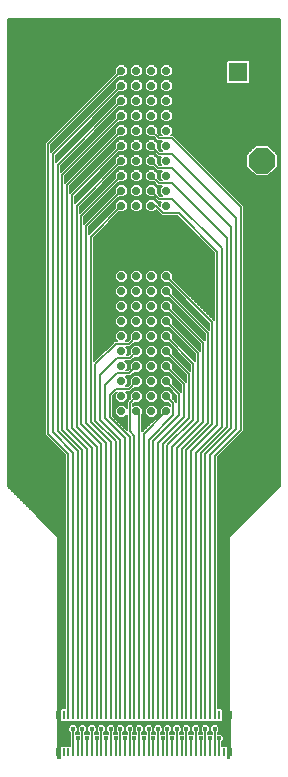
<source format=gbl>
G75*
%MOIN*%
%OFA0B0*%
%FSLAX25Y25*%
%IPPOS*%
%LPD*%
%AMOC8*
5,1,8,0,0,1.08239X$1,22.5*
%
%ADD10OC8,0.02800*%
%ADD11R,0.00906X0.02953*%
%ADD12R,0.01378X0.02953*%
%ADD13OC8,0.06496*%
%ADD14R,0.06496X0.06496*%
%ADD15OC8,0.08858*%
%ADD16C,0.00500*%
%ADD17C,0.01587*%
D10*
X0131795Y0159459D03*
X0131795Y0164459D03*
X0131795Y0169459D03*
X0131795Y0174459D03*
X0131795Y0179459D03*
X0131795Y0184459D03*
X0131795Y0189459D03*
X0131795Y0194459D03*
X0131795Y0199459D03*
X0131795Y0204459D03*
X0136795Y0204459D03*
X0141795Y0204459D03*
X0141795Y0199459D03*
X0136795Y0199459D03*
X0136795Y0194459D03*
X0141795Y0194459D03*
X0141795Y0189459D03*
X0136795Y0189459D03*
X0136795Y0184459D03*
X0141795Y0184459D03*
X0141795Y0179459D03*
X0136795Y0179459D03*
X0136795Y0174459D03*
X0141795Y0174459D03*
X0141795Y0169459D03*
X0136795Y0169459D03*
X0136795Y0164459D03*
X0141795Y0164459D03*
X0141795Y0159459D03*
X0136795Y0159459D03*
X0146795Y0159459D03*
X0146795Y0164459D03*
X0146795Y0169459D03*
X0146795Y0174459D03*
X0146795Y0179459D03*
X0146795Y0184459D03*
X0146795Y0189459D03*
X0146795Y0194459D03*
X0146795Y0199459D03*
X0146795Y0204459D03*
X0146795Y0227975D03*
X0146795Y0232975D03*
X0141795Y0232975D03*
X0136795Y0232975D03*
X0136795Y0227975D03*
X0141795Y0227975D03*
X0131795Y0227975D03*
X0131795Y0232975D03*
X0131795Y0237975D03*
X0131795Y0242975D03*
X0131795Y0247975D03*
X0131795Y0252975D03*
X0131795Y0257975D03*
X0131795Y0262975D03*
X0131795Y0267975D03*
X0131795Y0272975D03*
X0136795Y0272975D03*
X0136795Y0267975D03*
X0141795Y0267975D03*
X0141795Y0272975D03*
X0146795Y0272975D03*
X0146795Y0267975D03*
X0146795Y0262975D03*
X0146795Y0257975D03*
X0141795Y0257975D03*
X0136795Y0257975D03*
X0136795Y0262975D03*
X0141795Y0262975D03*
X0141795Y0252975D03*
X0136795Y0252975D03*
X0136795Y0247975D03*
X0141795Y0247975D03*
X0141795Y0242975D03*
X0136795Y0242975D03*
X0136795Y0237975D03*
X0141795Y0237975D03*
X0146795Y0237975D03*
X0146795Y0242975D03*
X0146795Y0247975D03*
X0146795Y0252975D03*
D11*
X0147169Y0058278D03*
X0145594Y0058278D03*
X0144020Y0058278D03*
X0142445Y0058278D03*
X0140870Y0058278D03*
X0139295Y0058278D03*
X0137720Y0058278D03*
X0136146Y0058278D03*
X0134571Y0058278D03*
X0132996Y0058278D03*
X0131421Y0058278D03*
X0129846Y0058278D03*
X0128272Y0058278D03*
X0126697Y0058278D03*
X0125122Y0058278D03*
X0123547Y0058278D03*
X0121972Y0058278D03*
X0120398Y0058278D03*
X0118823Y0058278D03*
X0117248Y0058278D03*
X0115673Y0058278D03*
X0114098Y0058278D03*
X0112524Y0058278D03*
X0112524Y0045797D03*
X0114098Y0045797D03*
X0115673Y0045797D03*
X0117248Y0045797D03*
X0118823Y0045797D03*
X0120398Y0045797D03*
X0121972Y0045797D03*
X0123547Y0045797D03*
X0125122Y0045797D03*
X0126697Y0045797D03*
X0128272Y0045797D03*
X0129846Y0045797D03*
X0131421Y0045797D03*
X0132996Y0045797D03*
X0134571Y0045797D03*
X0136146Y0045797D03*
X0137720Y0045797D03*
X0139295Y0045797D03*
X0140870Y0045797D03*
X0142445Y0045797D03*
X0144020Y0045797D03*
X0145594Y0045797D03*
X0147169Y0045797D03*
X0148744Y0045797D03*
X0150319Y0045797D03*
X0151894Y0045797D03*
X0153468Y0045797D03*
X0155043Y0045797D03*
X0156618Y0045797D03*
X0158193Y0045797D03*
X0159768Y0045797D03*
X0161343Y0045797D03*
X0162917Y0045797D03*
X0164492Y0045797D03*
X0166067Y0045797D03*
X0166067Y0058278D03*
X0164492Y0058278D03*
X0162917Y0058278D03*
X0161343Y0058278D03*
X0159768Y0058278D03*
X0158193Y0058278D03*
X0156618Y0058278D03*
X0155043Y0058278D03*
X0153468Y0058278D03*
X0151894Y0058278D03*
X0150319Y0058278D03*
X0148744Y0058278D03*
D12*
X0167937Y0058278D03*
X0167937Y0045797D03*
X0110654Y0045797D03*
X0110654Y0058278D03*
D13*
X0170791Y0262510D03*
D14*
X0170791Y0272510D03*
D15*
X0178665Y0242982D03*
X0178665Y0225266D03*
D16*
X0113098Y0123106D02*
X0105453Y0123106D01*
X0105951Y0122608D02*
X0113098Y0122608D01*
X0113098Y0122109D02*
X0106450Y0122109D01*
X0106948Y0121610D02*
X0113098Y0121610D01*
X0113098Y0121112D02*
X0107447Y0121112D01*
X0107945Y0120613D02*
X0113098Y0120613D01*
X0113098Y0120115D02*
X0108444Y0120115D01*
X0108943Y0119616D02*
X0113098Y0119616D01*
X0113098Y0119118D02*
X0109441Y0119118D01*
X0109940Y0118619D02*
X0113098Y0118619D01*
X0113098Y0118121D02*
X0110438Y0118121D01*
X0110805Y0117754D02*
X0093876Y0134683D01*
X0093876Y0290370D01*
X0184715Y0290370D01*
X0184715Y0134683D01*
X0167785Y0117754D01*
X0167785Y0044020D01*
X0167270Y0044020D01*
X0167270Y0047584D01*
X0166830Y0048024D01*
X0165492Y0048024D01*
X0165492Y0049279D01*
X0166036Y0049823D01*
X0166036Y0051102D01*
X0165132Y0052006D01*
X0163917Y0052006D01*
X0163917Y0052429D01*
X0164461Y0052973D01*
X0164461Y0054252D01*
X0163557Y0055156D01*
X0162278Y0055156D01*
X0161374Y0054252D01*
X0161374Y0052973D01*
X0161917Y0052429D01*
X0161917Y0052006D01*
X0160768Y0052006D01*
X0160768Y0052429D01*
X0161311Y0052973D01*
X0161311Y0054252D01*
X0160407Y0055156D01*
X0159128Y0055156D01*
X0158224Y0054252D01*
X0158224Y0052973D01*
X0158768Y0052429D01*
X0158768Y0052006D01*
X0157618Y0052006D01*
X0157618Y0052429D01*
X0158162Y0052973D01*
X0158162Y0054252D01*
X0157258Y0055156D01*
X0155979Y0055156D01*
X0155074Y0054252D01*
X0155074Y0052973D01*
X0155618Y0052429D01*
X0155618Y0052006D01*
X0154468Y0052006D01*
X0154468Y0052429D01*
X0155012Y0052973D01*
X0155012Y0054252D01*
X0154108Y0055156D01*
X0152829Y0055156D01*
X0151925Y0054252D01*
X0151925Y0052973D01*
X0152468Y0052429D01*
X0152468Y0052006D01*
X0151319Y0052006D01*
X0151319Y0052429D01*
X0151863Y0052973D01*
X0151863Y0054252D01*
X0150958Y0055156D01*
X0149679Y0055156D01*
X0148775Y0054252D01*
X0148775Y0052973D01*
X0149319Y0052429D01*
X0149319Y0052006D01*
X0148169Y0052006D01*
X0148169Y0052429D01*
X0148713Y0052973D01*
X0148713Y0054252D01*
X0147809Y0055156D01*
X0146530Y0055156D01*
X0145626Y0054252D01*
X0145626Y0052973D01*
X0146169Y0052429D01*
X0146169Y0052006D01*
X0145020Y0052006D01*
X0145020Y0052429D01*
X0145563Y0052973D01*
X0145563Y0054252D01*
X0144659Y0055156D01*
X0143380Y0055156D01*
X0142476Y0054252D01*
X0142476Y0052973D01*
X0143020Y0052429D01*
X0143020Y0052006D01*
X0141870Y0052006D01*
X0141870Y0052429D01*
X0142414Y0052973D01*
X0142414Y0054252D01*
X0141509Y0055156D01*
X0140231Y0055156D01*
X0139326Y0054252D01*
X0139326Y0052973D01*
X0139870Y0052429D01*
X0139870Y0052006D01*
X0138720Y0052006D01*
X0138720Y0052429D01*
X0139264Y0052973D01*
X0139264Y0054252D01*
X0138360Y0055156D01*
X0137081Y0055156D01*
X0136177Y0054252D01*
X0136177Y0052973D01*
X0136720Y0052429D01*
X0136720Y0052006D01*
X0135571Y0052006D01*
X0135571Y0052429D01*
X0136115Y0052973D01*
X0136115Y0054252D01*
X0135210Y0055156D01*
X0133931Y0055156D01*
X0133027Y0054252D01*
X0133027Y0052973D01*
X0133571Y0052429D01*
X0133571Y0052006D01*
X0132421Y0052006D01*
X0132421Y0052429D01*
X0132965Y0052973D01*
X0132965Y0054252D01*
X0132061Y0055156D01*
X0130782Y0055156D01*
X0129878Y0054252D01*
X0129878Y0052973D01*
X0130421Y0052429D01*
X0130421Y0052006D01*
X0129272Y0052006D01*
X0129272Y0052429D01*
X0129815Y0052973D01*
X0129815Y0054252D01*
X0128911Y0055156D01*
X0127632Y0055156D01*
X0126728Y0054252D01*
X0126728Y0052973D01*
X0127272Y0052429D01*
X0127272Y0052006D01*
X0126122Y0052006D01*
X0126122Y0052429D01*
X0126666Y0052973D01*
X0126666Y0054252D01*
X0125761Y0055156D01*
X0124483Y0055156D01*
X0123578Y0054252D01*
X0123578Y0052973D01*
X0124122Y0052429D01*
X0124122Y0052006D01*
X0122972Y0052006D01*
X0122972Y0052429D01*
X0123516Y0052973D01*
X0123516Y0054252D01*
X0122612Y0055156D01*
X0121333Y0055156D01*
X0120429Y0054252D01*
X0120429Y0052973D01*
X0120972Y0052429D01*
X0120972Y0052006D01*
X0119823Y0052006D01*
X0119823Y0052429D01*
X0120367Y0052973D01*
X0120367Y0054252D01*
X0119462Y0055156D01*
X0118183Y0055156D01*
X0117279Y0054252D01*
X0117279Y0052973D01*
X0117823Y0052429D01*
X0117823Y0052006D01*
X0116673Y0052006D01*
X0116673Y0052429D01*
X0117217Y0052973D01*
X0117217Y0054252D01*
X0116313Y0055156D01*
X0115034Y0055156D01*
X0114130Y0054252D01*
X0114130Y0052973D01*
X0114673Y0052429D01*
X0114673Y0048024D01*
X0113335Y0048024D01*
X0113311Y0048000D01*
X0113287Y0048024D01*
X0111760Y0048024D01*
X0111321Y0047584D01*
X0111321Y0044020D01*
X0110805Y0044020D01*
X0110805Y0117754D01*
X0110805Y0117622D02*
X0113098Y0117622D01*
X0113098Y0117124D02*
X0110805Y0117124D01*
X0110805Y0116625D02*
X0113098Y0116625D01*
X0113098Y0116127D02*
X0110805Y0116127D01*
X0110805Y0115628D02*
X0113098Y0115628D01*
X0113098Y0115130D02*
X0110805Y0115130D01*
X0110805Y0114631D02*
X0113098Y0114631D01*
X0113098Y0114133D02*
X0110805Y0114133D01*
X0110805Y0113634D02*
X0113098Y0113634D01*
X0113098Y0113136D02*
X0110805Y0113136D01*
X0110805Y0112637D02*
X0113098Y0112637D01*
X0113098Y0112139D02*
X0110805Y0112139D01*
X0110805Y0111640D02*
X0113098Y0111640D01*
X0113098Y0111142D02*
X0110805Y0111142D01*
X0110805Y0110643D02*
X0113098Y0110643D01*
X0113098Y0110145D02*
X0110805Y0110145D01*
X0110805Y0109646D02*
X0113098Y0109646D01*
X0113098Y0109148D02*
X0110805Y0109148D01*
X0110805Y0108649D02*
X0113098Y0108649D01*
X0113098Y0108151D02*
X0110805Y0108151D01*
X0110805Y0107652D02*
X0113098Y0107652D01*
X0113098Y0107154D02*
X0110805Y0107154D01*
X0110805Y0106655D02*
X0113098Y0106655D01*
X0113098Y0106157D02*
X0110805Y0106157D01*
X0110805Y0105658D02*
X0113098Y0105658D01*
X0113098Y0105160D02*
X0110805Y0105160D01*
X0110805Y0104661D02*
X0113098Y0104661D01*
X0113098Y0104163D02*
X0110805Y0104163D01*
X0110805Y0103664D02*
X0113098Y0103664D01*
X0113098Y0103166D02*
X0110805Y0103166D01*
X0110805Y0102667D02*
X0113098Y0102667D01*
X0113098Y0102169D02*
X0110805Y0102169D01*
X0110805Y0101670D02*
X0113098Y0101670D01*
X0113098Y0101172D02*
X0110805Y0101172D01*
X0110805Y0100673D02*
X0113098Y0100673D01*
X0113098Y0100174D02*
X0110805Y0100174D01*
X0110805Y0099676D02*
X0113098Y0099676D01*
X0113098Y0099177D02*
X0110805Y0099177D01*
X0110805Y0098679D02*
X0113098Y0098679D01*
X0113098Y0098180D02*
X0110805Y0098180D01*
X0110805Y0097682D02*
X0113098Y0097682D01*
X0113098Y0097183D02*
X0110805Y0097183D01*
X0110805Y0096685D02*
X0113098Y0096685D01*
X0113098Y0096186D02*
X0110805Y0096186D01*
X0110805Y0095688D02*
X0113098Y0095688D01*
X0113098Y0095189D02*
X0110805Y0095189D01*
X0110805Y0094691D02*
X0113098Y0094691D01*
X0113098Y0094192D02*
X0110805Y0094192D01*
X0110805Y0093694D02*
X0113098Y0093694D01*
X0113098Y0093195D02*
X0110805Y0093195D01*
X0110805Y0092697D02*
X0113098Y0092697D01*
X0113098Y0092198D02*
X0110805Y0092198D01*
X0110805Y0091700D02*
X0113098Y0091700D01*
X0113098Y0091201D02*
X0110805Y0091201D01*
X0110805Y0090703D02*
X0113098Y0090703D01*
X0113098Y0090204D02*
X0110805Y0090204D01*
X0110805Y0089706D02*
X0113098Y0089706D01*
X0113098Y0089207D02*
X0110805Y0089207D01*
X0110805Y0088709D02*
X0113098Y0088709D01*
X0113098Y0088210D02*
X0110805Y0088210D01*
X0110805Y0087712D02*
X0113098Y0087712D01*
X0113098Y0087213D02*
X0110805Y0087213D01*
X0110805Y0086715D02*
X0113098Y0086715D01*
X0113098Y0086216D02*
X0110805Y0086216D01*
X0110805Y0085718D02*
X0113098Y0085718D01*
X0113098Y0085219D02*
X0110805Y0085219D01*
X0110805Y0084721D02*
X0113098Y0084721D01*
X0113098Y0084222D02*
X0110805Y0084222D01*
X0110805Y0083724D02*
X0113098Y0083724D01*
X0113098Y0083225D02*
X0110805Y0083225D01*
X0110805Y0082727D02*
X0113098Y0082727D01*
X0113098Y0082228D02*
X0110805Y0082228D01*
X0110805Y0081730D02*
X0113098Y0081730D01*
X0113098Y0081231D02*
X0110805Y0081231D01*
X0110805Y0080733D02*
X0113098Y0080733D01*
X0113098Y0080234D02*
X0110805Y0080234D01*
X0110805Y0079736D02*
X0113098Y0079736D01*
X0113098Y0079237D02*
X0110805Y0079237D01*
X0110805Y0078739D02*
X0113098Y0078739D01*
X0113098Y0078240D02*
X0110805Y0078240D01*
X0110805Y0077741D02*
X0113098Y0077741D01*
X0113098Y0077243D02*
X0110805Y0077243D01*
X0110805Y0076744D02*
X0113098Y0076744D01*
X0113098Y0076246D02*
X0110805Y0076246D01*
X0110805Y0075747D02*
X0113098Y0075747D01*
X0113098Y0075249D02*
X0110805Y0075249D01*
X0110805Y0074750D02*
X0113098Y0074750D01*
X0113098Y0074252D02*
X0110805Y0074252D01*
X0110805Y0073753D02*
X0113098Y0073753D01*
X0113098Y0073255D02*
X0110805Y0073255D01*
X0110805Y0072756D02*
X0113098Y0072756D01*
X0113098Y0072258D02*
X0110805Y0072258D01*
X0110805Y0071759D02*
X0113098Y0071759D01*
X0113098Y0071261D02*
X0110805Y0071261D01*
X0110805Y0070762D02*
X0113098Y0070762D01*
X0113098Y0070264D02*
X0110805Y0070264D01*
X0110805Y0069765D02*
X0113098Y0069765D01*
X0113098Y0069267D02*
X0110805Y0069267D01*
X0110805Y0068768D02*
X0113098Y0068768D01*
X0113098Y0068270D02*
X0110805Y0068270D01*
X0110805Y0067771D02*
X0113098Y0067771D01*
X0113098Y0067273D02*
X0110805Y0067273D01*
X0110805Y0066774D02*
X0113098Y0066774D01*
X0113098Y0066276D02*
X0110805Y0066276D01*
X0110805Y0065777D02*
X0113098Y0065777D01*
X0113098Y0065279D02*
X0110805Y0065279D01*
X0110805Y0064780D02*
X0113098Y0064780D01*
X0113098Y0064282D02*
X0110805Y0064282D01*
X0110805Y0063783D02*
X0113098Y0063783D01*
X0113098Y0063285D02*
X0110805Y0063285D01*
X0110805Y0062786D02*
X0113098Y0062786D01*
X0113098Y0062288D02*
X0110805Y0062288D01*
X0110805Y0061789D02*
X0113098Y0061789D01*
X0113098Y0061291D02*
X0110805Y0061291D01*
X0110949Y0061486D02*
X0110949Y0058573D01*
X0110654Y0058278D01*
X0110654Y0045797D01*
X0110805Y0045837D02*
X0111321Y0045837D01*
X0111321Y0046335D02*
X0110805Y0046335D01*
X0110805Y0046834D02*
X0111321Y0046834D01*
X0111321Y0047332D02*
X0110805Y0047332D01*
X0110805Y0047831D02*
X0111567Y0047831D01*
X0110805Y0048329D02*
X0114673Y0048329D01*
X0114673Y0048828D02*
X0110805Y0048828D01*
X0110805Y0049326D02*
X0114673Y0049326D01*
X0114673Y0049825D02*
X0110805Y0049825D01*
X0110805Y0050323D02*
X0114673Y0050323D01*
X0114673Y0050822D02*
X0110805Y0050822D01*
X0110805Y0051320D02*
X0114673Y0051320D01*
X0114673Y0051819D02*
X0110805Y0051819D01*
X0110805Y0052317D02*
X0114673Y0052317D01*
X0114286Y0052816D02*
X0110805Y0052816D01*
X0110805Y0053314D02*
X0114130Y0053314D01*
X0114130Y0053813D02*
X0110805Y0053813D01*
X0110805Y0054311D02*
X0114189Y0054311D01*
X0114688Y0054810D02*
X0110805Y0054810D01*
X0110805Y0055308D02*
X0167785Y0055308D01*
X0167785Y0054810D02*
X0163903Y0054810D01*
X0164401Y0054311D02*
X0167785Y0054311D01*
X0167785Y0053813D02*
X0164461Y0053813D01*
X0164461Y0053314D02*
X0167785Y0053314D01*
X0167785Y0052816D02*
X0164304Y0052816D01*
X0163917Y0052317D02*
X0167785Y0052317D01*
X0167785Y0051819D02*
X0165319Y0051819D01*
X0165817Y0051320D02*
X0167785Y0051320D01*
X0167785Y0050822D02*
X0166036Y0050822D01*
X0166036Y0050323D02*
X0167785Y0050323D01*
X0167785Y0049825D02*
X0166036Y0049825D01*
X0165539Y0049326D02*
X0167785Y0049326D01*
X0167785Y0048828D02*
X0165492Y0048828D01*
X0165492Y0048329D02*
X0167785Y0048329D01*
X0167785Y0047831D02*
X0167023Y0047831D01*
X0167270Y0047332D02*
X0167785Y0047332D01*
X0167785Y0046834D02*
X0167270Y0046834D01*
X0167270Y0046335D02*
X0167785Y0046335D01*
X0167785Y0045837D02*
X0167270Y0045837D01*
X0167270Y0045338D02*
X0167785Y0045338D01*
X0167937Y0045797D02*
X0167937Y0058278D01*
X0167785Y0058300D02*
X0165695Y0058300D01*
X0165695Y0058798D02*
X0167785Y0058798D01*
X0167785Y0059297D02*
X0165695Y0059297D01*
X0165695Y0059795D02*
X0167785Y0059795D01*
X0167785Y0060294D02*
X0165466Y0060294D01*
X0165256Y0060504D02*
X0163917Y0060504D01*
X0163917Y0144143D01*
X0172579Y0152804D01*
X0172579Y0228042D01*
X0149158Y0251463D01*
X0148323Y0251463D01*
X0148945Y0252084D01*
X0148945Y0253865D01*
X0147686Y0255125D01*
X0145905Y0255125D01*
X0144645Y0253865D01*
X0144645Y0252084D01*
X0145267Y0251463D01*
X0144722Y0251463D01*
X0143945Y0252239D01*
X0143945Y0253865D01*
X0142686Y0255125D01*
X0140905Y0255125D01*
X0139645Y0253865D01*
X0139645Y0252084D01*
X0140905Y0250825D01*
X0142531Y0250825D01*
X0143308Y0250048D01*
X0143893Y0249463D01*
X0145242Y0249463D01*
X0144645Y0248865D01*
X0144645Y0247084D01*
X0145385Y0246344D01*
X0144840Y0246344D01*
X0143945Y0247239D01*
X0143945Y0248865D01*
X0142686Y0250125D01*
X0140905Y0250125D01*
X0139645Y0248865D01*
X0139645Y0247084D01*
X0140905Y0245825D01*
X0142531Y0245825D01*
X0143426Y0244930D01*
X0144011Y0244344D01*
X0145124Y0244344D01*
X0144645Y0243865D01*
X0144645Y0242084D01*
X0145110Y0241620D01*
X0144564Y0241620D01*
X0143945Y0242239D01*
X0143945Y0243865D01*
X0142686Y0245125D01*
X0140905Y0245125D01*
X0139645Y0243865D01*
X0139645Y0242084D01*
X0140905Y0240825D01*
X0142531Y0240825D01*
X0143150Y0240206D01*
X0143736Y0239620D01*
X0145400Y0239620D01*
X0144645Y0238865D01*
X0144645Y0237084D01*
X0145228Y0236502D01*
X0144682Y0236502D01*
X0143945Y0237239D01*
X0143945Y0238865D01*
X0142686Y0240125D01*
X0140905Y0240125D01*
X0139645Y0238865D01*
X0139645Y0237084D01*
X0140905Y0235825D01*
X0142531Y0235825D01*
X0143268Y0235088D01*
X0143854Y0234502D01*
X0145282Y0234502D01*
X0144645Y0233865D01*
X0144645Y0232084D01*
X0145346Y0231384D01*
X0144828Y0231384D01*
X0143945Y0232266D01*
X0143945Y0233865D01*
X0142686Y0235125D01*
X0140905Y0235125D01*
X0139645Y0233865D01*
X0139645Y0232084D01*
X0140905Y0230825D01*
X0142558Y0230825D01*
X0143413Y0229970D01*
X0143999Y0229384D01*
X0145164Y0229384D01*
X0144645Y0228865D01*
X0144645Y0228074D01*
X0143945Y0228774D01*
X0143945Y0228865D01*
X0142686Y0230125D01*
X0140905Y0230125D01*
X0139645Y0228865D01*
X0139645Y0227084D01*
X0140905Y0225825D01*
X0142686Y0225825D01*
X0143376Y0226515D01*
X0144780Y0225111D01*
X0145366Y0224525D01*
X0150433Y0224525D01*
X0162705Y0212253D01*
X0162705Y0189963D01*
X0162544Y0190124D01*
X0148945Y0203723D01*
X0148945Y0205349D01*
X0147686Y0206609D01*
X0145905Y0206609D01*
X0144645Y0205349D01*
X0144645Y0203568D01*
X0145905Y0202309D01*
X0147531Y0202309D01*
X0161130Y0188710D01*
X0161130Y0186538D01*
X0160969Y0186699D01*
X0148945Y0198723D01*
X0148945Y0200349D01*
X0147686Y0201609D01*
X0145905Y0201609D01*
X0144645Y0200349D01*
X0144645Y0198568D01*
X0145905Y0197309D01*
X0147531Y0197309D01*
X0159555Y0185284D01*
X0159555Y0183113D01*
X0159395Y0183273D01*
X0148945Y0193723D01*
X0148945Y0195349D01*
X0147686Y0196609D01*
X0145905Y0196609D01*
X0144645Y0195349D01*
X0144645Y0193568D01*
X0145905Y0192309D01*
X0147531Y0192309D01*
X0157980Y0181859D01*
X0157980Y0179688D01*
X0157820Y0179848D01*
X0148945Y0188723D01*
X0148945Y0190349D01*
X0147686Y0191609D01*
X0145905Y0191609D01*
X0144645Y0190349D01*
X0144645Y0188568D01*
X0145905Y0187309D01*
X0147531Y0187309D01*
X0156405Y0178434D01*
X0156405Y0176262D01*
X0156245Y0176423D01*
X0148945Y0183723D01*
X0148945Y0185349D01*
X0147686Y0186609D01*
X0145905Y0186609D01*
X0144645Y0185349D01*
X0144645Y0183568D01*
X0145905Y0182309D01*
X0147531Y0182309D01*
X0154831Y0175009D01*
X0154831Y0172837D01*
X0154670Y0172998D01*
X0148945Y0178723D01*
X0148945Y0180349D01*
X0147686Y0181609D01*
X0145905Y0181609D01*
X0144645Y0180349D01*
X0144645Y0178568D01*
X0145905Y0177309D01*
X0147531Y0177309D01*
X0153256Y0171584D01*
X0153256Y0169412D01*
X0148945Y0173723D01*
X0148945Y0175349D01*
X0147686Y0176609D01*
X0145905Y0176609D01*
X0144645Y0175349D01*
X0144645Y0173568D01*
X0145905Y0172309D01*
X0147531Y0172309D01*
X0151681Y0168158D01*
X0151681Y0165987D01*
X0148945Y0168723D01*
X0148945Y0170349D01*
X0147686Y0171609D01*
X0145905Y0171609D01*
X0144645Y0170349D01*
X0144645Y0168568D01*
X0145905Y0167309D01*
X0147531Y0167309D01*
X0150106Y0164733D01*
X0150106Y0162562D01*
X0149552Y0163116D01*
X0148945Y0163723D01*
X0148945Y0165349D01*
X0147686Y0166609D01*
X0145905Y0166609D01*
X0144645Y0165349D01*
X0144645Y0163568D01*
X0145905Y0162309D01*
X0147531Y0162309D01*
X0148138Y0161702D01*
X0148138Y0161157D01*
X0147686Y0161609D01*
X0145905Y0161609D01*
X0144645Y0160349D01*
X0144645Y0158723D01*
X0138720Y0152798D01*
X0138720Y0158343D01*
X0138945Y0158568D01*
X0138945Y0160349D01*
X0137686Y0161609D01*
X0135905Y0161609D01*
X0135571Y0161275D01*
X0135571Y0161820D01*
X0136059Y0162309D01*
X0137686Y0162309D01*
X0138945Y0163568D01*
X0138945Y0165349D01*
X0137686Y0166609D01*
X0135905Y0166609D01*
X0134645Y0165349D01*
X0134645Y0163723D01*
X0134157Y0163234D01*
X0133571Y0162648D01*
X0133571Y0160723D01*
X0132686Y0161609D01*
X0130905Y0161609D01*
X0129645Y0160349D01*
X0129645Y0158568D01*
X0130905Y0157309D01*
X0132686Y0157309D01*
X0133571Y0158194D01*
X0133571Y0153270D01*
X0128878Y0157963D01*
X0128878Y0164615D01*
X0130261Y0165998D01*
X0130294Y0165998D01*
X0129645Y0165349D01*
X0129645Y0163568D01*
X0130905Y0162309D01*
X0132686Y0162309D01*
X0133945Y0163568D01*
X0133945Y0165349D01*
X0133296Y0165998D01*
X0134749Y0165998D01*
X0136059Y0167309D01*
X0137686Y0167309D01*
X0138945Y0168568D01*
X0138945Y0170349D01*
X0137686Y0171609D01*
X0135905Y0171609D01*
X0134645Y0170349D01*
X0134645Y0168723D01*
X0133921Y0167998D01*
X0133375Y0167998D01*
X0133945Y0168568D01*
X0133945Y0170349D01*
X0133178Y0171116D01*
X0134867Y0171116D01*
X0135453Y0171702D01*
X0136059Y0172309D01*
X0137686Y0172309D01*
X0138945Y0173568D01*
X0138945Y0175349D01*
X0137686Y0176609D01*
X0135905Y0176609D01*
X0134645Y0175349D01*
X0134645Y0173723D01*
X0134039Y0173116D01*
X0133493Y0173116D01*
X0133945Y0173568D01*
X0133945Y0175349D01*
X0133060Y0176234D01*
X0134985Y0176234D01*
X0135571Y0176820D01*
X0136059Y0177309D01*
X0137686Y0177309D01*
X0138945Y0178568D01*
X0138945Y0180349D01*
X0137686Y0181609D01*
X0135905Y0181609D01*
X0134645Y0180349D01*
X0134645Y0178723D01*
X0134157Y0178234D01*
X0133611Y0178234D01*
X0133945Y0178568D01*
X0133945Y0180349D01*
X0133336Y0180959D01*
X0134710Y0180959D01*
X0136059Y0182309D01*
X0137686Y0182309D01*
X0138945Y0183568D01*
X0138945Y0185349D01*
X0137686Y0186609D01*
X0135905Y0186609D01*
X0134645Y0185349D01*
X0134645Y0183723D01*
X0133881Y0182959D01*
X0133336Y0182959D01*
X0133945Y0183568D01*
X0133945Y0185349D01*
X0132686Y0186609D01*
X0130905Y0186609D01*
X0129645Y0185349D01*
X0129645Y0183568D01*
X0130255Y0182959D01*
X0129432Y0182959D01*
X0128846Y0182373D01*
X0122579Y0176105D01*
X0122579Y0217344D01*
X0131059Y0225825D01*
X0132686Y0225825D01*
X0133945Y0227084D01*
X0133945Y0228865D01*
X0132686Y0230125D01*
X0130905Y0230125D01*
X0129645Y0228865D01*
X0129645Y0227239D01*
X0121004Y0218598D01*
X0121004Y0220769D01*
X0131059Y0230825D01*
X0132686Y0230825D01*
X0133945Y0232084D01*
X0133945Y0233865D01*
X0132686Y0235125D01*
X0130905Y0235125D01*
X0129645Y0233865D01*
X0129645Y0232239D01*
X0119429Y0222023D01*
X0119429Y0224195D01*
X0131059Y0235825D01*
X0132686Y0235825D01*
X0133945Y0237084D01*
X0133945Y0238865D01*
X0132686Y0240125D01*
X0130905Y0240125D01*
X0129645Y0238865D01*
X0129645Y0237239D01*
X0117854Y0225448D01*
X0117854Y0227620D01*
X0131059Y0240825D01*
X0132686Y0240825D01*
X0133945Y0242084D01*
X0133945Y0243865D01*
X0132686Y0245125D01*
X0130905Y0245125D01*
X0129645Y0243865D01*
X0129645Y0242239D01*
X0116280Y0228873D01*
X0116280Y0231045D01*
X0131059Y0245825D01*
X0132686Y0245825D01*
X0133945Y0247084D01*
X0133945Y0248865D01*
X0132686Y0250125D01*
X0130905Y0250125D01*
X0129645Y0248865D01*
X0129645Y0247239D01*
X0114705Y0232299D01*
X0114705Y0234470D01*
X0131059Y0250825D01*
X0132686Y0250825D01*
X0133945Y0252084D01*
X0133945Y0253865D01*
X0132686Y0255125D01*
X0130905Y0255125D01*
X0129645Y0253865D01*
X0129645Y0252239D01*
X0113130Y0235724D01*
X0113130Y0237895D01*
X0131059Y0255825D01*
X0132686Y0255825D01*
X0133945Y0257084D01*
X0133945Y0258865D01*
X0132686Y0260125D01*
X0130905Y0260125D01*
X0129645Y0258865D01*
X0129645Y0257239D01*
X0111555Y0239149D01*
X0111555Y0241321D01*
X0131059Y0260825D01*
X0132686Y0260825D01*
X0133945Y0262084D01*
X0133945Y0263865D01*
X0132686Y0265125D01*
X0130905Y0265125D01*
X0129645Y0263865D01*
X0129645Y0262239D01*
X0109980Y0242574D01*
X0109980Y0244746D01*
X0131059Y0265825D01*
X0132686Y0265825D01*
X0133945Y0267084D01*
X0133945Y0268865D01*
X0132686Y0270125D01*
X0130905Y0270125D01*
X0129645Y0268865D01*
X0129645Y0267239D01*
X0108405Y0245999D01*
X0108405Y0248171D01*
X0131059Y0270825D01*
X0132686Y0270825D01*
X0133945Y0272084D01*
X0133945Y0273865D01*
X0132686Y0275125D01*
X0130905Y0275125D01*
X0129645Y0273865D01*
X0129645Y0272239D01*
X0106991Y0249585D01*
X0106405Y0248999D01*
X0106405Y0151623D01*
X0113098Y0144930D01*
X0113098Y0060504D01*
X0111760Y0060504D01*
X0111321Y0060065D01*
X0111321Y0056490D01*
X0111760Y0056051D01*
X0113287Y0056051D01*
X0113311Y0056075D01*
X0113335Y0056051D01*
X0114862Y0056051D01*
X0114886Y0056075D01*
X0114910Y0056051D01*
X0116437Y0056051D01*
X0116461Y0056075D01*
X0116485Y0056051D01*
X0118011Y0056051D01*
X0118035Y0056075D01*
X0118059Y0056051D01*
X0119586Y0056051D01*
X0119610Y0056075D01*
X0119634Y0056051D01*
X0121161Y0056051D01*
X0121185Y0056075D01*
X0121209Y0056051D01*
X0122736Y0056051D01*
X0122760Y0056075D01*
X0122784Y0056051D01*
X0124311Y0056051D01*
X0124335Y0056075D01*
X0124359Y0056051D01*
X0125885Y0056051D01*
X0125909Y0056075D01*
X0125933Y0056051D01*
X0127460Y0056051D01*
X0127484Y0056075D01*
X0127508Y0056051D01*
X0129035Y0056051D01*
X0129059Y0056075D01*
X0129083Y0056051D01*
X0130610Y0056051D01*
X0130634Y0056075D01*
X0130658Y0056051D01*
X0132185Y0056051D01*
X0132209Y0056075D01*
X0132233Y0056051D01*
X0133759Y0056051D01*
X0133783Y0056075D01*
X0133807Y0056051D01*
X0135334Y0056051D01*
X0135358Y0056075D01*
X0135382Y0056051D01*
X0136909Y0056051D01*
X0136933Y0056075D01*
X0136957Y0056051D01*
X0138484Y0056051D01*
X0138508Y0056075D01*
X0138532Y0056051D01*
X0140059Y0056051D01*
X0140083Y0056075D01*
X0140107Y0056051D01*
X0141633Y0056051D01*
X0141657Y0056075D01*
X0141681Y0056051D01*
X0143208Y0056051D01*
X0143232Y0056075D01*
X0143256Y0056051D01*
X0144783Y0056051D01*
X0144807Y0056075D01*
X0144831Y0056051D01*
X0146358Y0056051D01*
X0146382Y0056075D01*
X0146406Y0056051D01*
X0147933Y0056051D01*
X0147957Y0056075D01*
X0147981Y0056051D01*
X0149507Y0056051D01*
X0149531Y0056075D01*
X0149555Y0056051D01*
X0151082Y0056051D01*
X0151106Y0056075D01*
X0151130Y0056051D01*
X0152657Y0056051D01*
X0152681Y0056075D01*
X0152705Y0056051D01*
X0154232Y0056051D01*
X0154256Y0056075D01*
X0154280Y0056051D01*
X0155807Y0056051D01*
X0155831Y0056075D01*
X0155855Y0056051D01*
X0157382Y0056051D01*
X0157405Y0056075D01*
X0157429Y0056051D01*
X0158956Y0056051D01*
X0158980Y0056075D01*
X0159004Y0056051D01*
X0160531Y0056051D01*
X0160555Y0056075D01*
X0160579Y0056051D01*
X0162106Y0056051D01*
X0162130Y0056075D01*
X0162154Y0056051D01*
X0163681Y0056051D01*
X0163705Y0056075D01*
X0163729Y0056051D01*
X0165256Y0056051D01*
X0165695Y0056490D01*
X0165695Y0060065D01*
X0165256Y0060504D01*
X0163917Y0060792D02*
X0167785Y0060792D01*
X0167785Y0061291D02*
X0163917Y0061291D01*
X0163917Y0061789D02*
X0167785Y0061789D01*
X0167785Y0062288D02*
X0163917Y0062288D01*
X0163917Y0062786D02*
X0167785Y0062786D01*
X0167785Y0063285D02*
X0163917Y0063285D01*
X0163917Y0063783D02*
X0167785Y0063783D01*
X0167785Y0064282D02*
X0163917Y0064282D01*
X0163917Y0064780D02*
X0167785Y0064780D01*
X0167785Y0065279D02*
X0163917Y0065279D01*
X0163917Y0065777D02*
X0167785Y0065777D01*
X0167785Y0066276D02*
X0163917Y0066276D01*
X0163917Y0066774D02*
X0167785Y0066774D01*
X0167785Y0067273D02*
X0163917Y0067273D01*
X0163917Y0067771D02*
X0167785Y0067771D01*
X0167785Y0068270D02*
X0163917Y0068270D01*
X0163917Y0068768D02*
X0167785Y0068768D01*
X0167785Y0069267D02*
X0163917Y0069267D01*
X0163917Y0069765D02*
X0167785Y0069765D01*
X0167785Y0070264D02*
X0163917Y0070264D01*
X0163917Y0070762D02*
X0167785Y0070762D01*
X0167785Y0071261D02*
X0163917Y0071261D01*
X0163917Y0071759D02*
X0167785Y0071759D01*
X0167785Y0072258D02*
X0163917Y0072258D01*
X0163917Y0072756D02*
X0167785Y0072756D01*
X0167785Y0073255D02*
X0163917Y0073255D01*
X0163917Y0073753D02*
X0167785Y0073753D01*
X0167785Y0074252D02*
X0163917Y0074252D01*
X0163917Y0074750D02*
X0167785Y0074750D01*
X0167785Y0075249D02*
X0163917Y0075249D01*
X0163917Y0075747D02*
X0167785Y0075747D01*
X0167785Y0076246D02*
X0163917Y0076246D01*
X0163917Y0076744D02*
X0167785Y0076744D01*
X0167785Y0077243D02*
X0163917Y0077243D01*
X0163917Y0077741D02*
X0167785Y0077741D01*
X0167785Y0078240D02*
X0163917Y0078240D01*
X0163917Y0078739D02*
X0167785Y0078739D01*
X0167785Y0079237D02*
X0163917Y0079237D01*
X0163917Y0079736D02*
X0167785Y0079736D01*
X0167785Y0080234D02*
X0163917Y0080234D01*
X0163917Y0080733D02*
X0167785Y0080733D01*
X0167785Y0081231D02*
X0163917Y0081231D01*
X0163917Y0081730D02*
X0167785Y0081730D01*
X0167785Y0082228D02*
X0163917Y0082228D01*
X0163917Y0082727D02*
X0167785Y0082727D01*
X0167785Y0083225D02*
X0163917Y0083225D01*
X0163917Y0083724D02*
X0167785Y0083724D01*
X0167785Y0084222D02*
X0163917Y0084222D01*
X0163917Y0084721D02*
X0167785Y0084721D01*
X0167785Y0085219D02*
X0163917Y0085219D01*
X0163917Y0085718D02*
X0167785Y0085718D01*
X0167785Y0086216D02*
X0163917Y0086216D01*
X0163917Y0086715D02*
X0167785Y0086715D01*
X0167785Y0087213D02*
X0163917Y0087213D01*
X0163917Y0087712D02*
X0167785Y0087712D01*
X0167785Y0088210D02*
X0163917Y0088210D01*
X0163917Y0088709D02*
X0167785Y0088709D01*
X0167785Y0089207D02*
X0163917Y0089207D01*
X0163917Y0089706D02*
X0167785Y0089706D01*
X0167785Y0090204D02*
X0163917Y0090204D01*
X0163917Y0090703D02*
X0167785Y0090703D01*
X0167785Y0091201D02*
X0163917Y0091201D01*
X0163917Y0091700D02*
X0167785Y0091700D01*
X0167785Y0092198D02*
X0163917Y0092198D01*
X0163917Y0092697D02*
X0167785Y0092697D01*
X0167785Y0093195D02*
X0163917Y0093195D01*
X0163917Y0093694D02*
X0167785Y0093694D01*
X0167785Y0094192D02*
X0163917Y0094192D01*
X0163917Y0094691D02*
X0167785Y0094691D01*
X0167785Y0095189D02*
X0163917Y0095189D01*
X0163917Y0095688D02*
X0167785Y0095688D01*
X0167785Y0096186D02*
X0163917Y0096186D01*
X0163917Y0096685D02*
X0167785Y0096685D01*
X0167785Y0097183D02*
X0163917Y0097183D01*
X0163917Y0097682D02*
X0167785Y0097682D01*
X0167785Y0098180D02*
X0163917Y0098180D01*
X0163917Y0098679D02*
X0167785Y0098679D01*
X0167785Y0099177D02*
X0163917Y0099177D01*
X0163917Y0099676D02*
X0167785Y0099676D01*
X0167785Y0100174D02*
X0163917Y0100174D01*
X0163917Y0100673D02*
X0167785Y0100673D01*
X0167785Y0101172D02*
X0163917Y0101172D01*
X0163917Y0101670D02*
X0167785Y0101670D01*
X0167785Y0102169D02*
X0163917Y0102169D01*
X0163917Y0102667D02*
X0167785Y0102667D01*
X0167785Y0103166D02*
X0163917Y0103166D01*
X0163917Y0103664D02*
X0167785Y0103664D01*
X0167785Y0104163D02*
X0163917Y0104163D01*
X0163917Y0104661D02*
X0167785Y0104661D01*
X0167785Y0105160D02*
X0163917Y0105160D01*
X0163917Y0105658D02*
X0167785Y0105658D01*
X0167785Y0106157D02*
X0163917Y0106157D01*
X0163917Y0106655D02*
X0167785Y0106655D01*
X0167785Y0107154D02*
X0163917Y0107154D01*
X0163917Y0107652D02*
X0167785Y0107652D01*
X0167785Y0108151D02*
X0163917Y0108151D01*
X0163917Y0108649D02*
X0167785Y0108649D01*
X0167785Y0109148D02*
X0163917Y0109148D01*
X0163917Y0109646D02*
X0167785Y0109646D01*
X0167785Y0110145D02*
X0163917Y0110145D01*
X0163917Y0110643D02*
X0167785Y0110643D01*
X0167785Y0111142D02*
X0163917Y0111142D01*
X0163917Y0111640D02*
X0167785Y0111640D01*
X0167785Y0112139D02*
X0163917Y0112139D01*
X0163917Y0112637D02*
X0167785Y0112637D01*
X0167785Y0113136D02*
X0163917Y0113136D01*
X0163917Y0113634D02*
X0167785Y0113634D01*
X0167785Y0114133D02*
X0163917Y0114133D01*
X0163917Y0114631D02*
X0167785Y0114631D01*
X0167785Y0115130D02*
X0163917Y0115130D01*
X0163917Y0115628D02*
X0167785Y0115628D01*
X0167785Y0116127D02*
X0163917Y0116127D01*
X0163917Y0116625D02*
X0167785Y0116625D01*
X0167785Y0117124D02*
X0163917Y0117124D01*
X0163917Y0117622D02*
X0167785Y0117622D01*
X0168152Y0118121D02*
X0163917Y0118121D01*
X0163917Y0118619D02*
X0168651Y0118619D01*
X0169149Y0119118D02*
X0163917Y0119118D01*
X0163917Y0119616D02*
X0169648Y0119616D01*
X0170147Y0120115D02*
X0163917Y0120115D01*
X0163917Y0120613D02*
X0170645Y0120613D01*
X0171144Y0121112D02*
X0163917Y0121112D01*
X0163917Y0121610D02*
X0171642Y0121610D01*
X0172141Y0122109D02*
X0163917Y0122109D01*
X0163917Y0122608D02*
X0172639Y0122608D01*
X0173138Y0123106D02*
X0163917Y0123106D01*
X0163917Y0123605D02*
X0173636Y0123605D01*
X0174135Y0124103D02*
X0163917Y0124103D01*
X0163917Y0124602D02*
X0174633Y0124602D01*
X0175132Y0125100D02*
X0163917Y0125100D01*
X0163917Y0125599D02*
X0175630Y0125599D01*
X0176129Y0126097D02*
X0163917Y0126097D01*
X0163917Y0126596D02*
X0176627Y0126596D01*
X0177126Y0127094D02*
X0163917Y0127094D01*
X0163917Y0127593D02*
X0177624Y0127593D01*
X0178123Y0128091D02*
X0163917Y0128091D01*
X0163917Y0128590D02*
X0178621Y0128590D01*
X0179120Y0129088D02*
X0163917Y0129088D01*
X0163917Y0129587D02*
X0179618Y0129587D01*
X0180117Y0130085D02*
X0163917Y0130085D01*
X0163917Y0130584D02*
X0180615Y0130584D01*
X0181114Y0131082D02*
X0163917Y0131082D01*
X0163917Y0131581D02*
X0181612Y0131581D01*
X0182111Y0132079D02*
X0163917Y0132079D01*
X0163917Y0132578D02*
X0182609Y0132578D01*
X0183108Y0133076D02*
X0163917Y0133076D01*
X0163917Y0133575D02*
X0183606Y0133575D01*
X0184105Y0134073D02*
X0163917Y0134073D01*
X0163917Y0134572D02*
X0184603Y0134572D01*
X0184715Y0135070D02*
X0163917Y0135070D01*
X0163917Y0135569D02*
X0184715Y0135569D01*
X0184715Y0136067D02*
X0163917Y0136067D01*
X0163917Y0136566D02*
X0184715Y0136566D01*
X0184715Y0137064D02*
X0163917Y0137064D01*
X0163917Y0137563D02*
X0184715Y0137563D01*
X0184715Y0138061D02*
X0163917Y0138061D01*
X0163917Y0138560D02*
X0184715Y0138560D01*
X0184715Y0139058D02*
X0163917Y0139058D01*
X0163917Y0139557D02*
X0184715Y0139557D01*
X0184715Y0140055D02*
X0163917Y0140055D01*
X0163917Y0140554D02*
X0184715Y0140554D01*
X0184715Y0141052D02*
X0163917Y0141052D01*
X0163917Y0141551D02*
X0184715Y0141551D01*
X0184715Y0142049D02*
X0163917Y0142049D01*
X0163917Y0142548D02*
X0184715Y0142548D01*
X0184715Y0143046D02*
X0163917Y0143046D01*
X0163917Y0143545D02*
X0184715Y0143545D01*
X0184715Y0144043D02*
X0163917Y0144043D01*
X0164316Y0144542D02*
X0184715Y0144542D01*
X0184715Y0145041D02*
X0164815Y0145041D01*
X0165313Y0145539D02*
X0184715Y0145539D01*
X0184715Y0146038D02*
X0165812Y0146038D01*
X0166311Y0146536D02*
X0184715Y0146536D01*
X0184715Y0147035D02*
X0166809Y0147035D01*
X0167308Y0147533D02*
X0184715Y0147533D01*
X0184715Y0148032D02*
X0167806Y0148032D01*
X0168305Y0148530D02*
X0184715Y0148530D01*
X0184715Y0149029D02*
X0168803Y0149029D01*
X0169302Y0149527D02*
X0184715Y0149527D01*
X0184715Y0150026D02*
X0169800Y0150026D01*
X0170299Y0150524D02*
X0184715Y0150524D01*
X0184715Y0151023D02*
X0170797Y0151023D01*
X0171296Y0151521D02*
X0184715Y0151521D01*
X0184715Y0152020D02*
X0171794Y0152020D01*
X0172293Y0152518D02*
X0184715Y0152518D01*
X0184715Y0153017D02*
X0172579Y0153017D01*
X0172579Y0153515D02*
X0184715Y0153515D01*
X0184715Y0154014D02*
X0172579Y0154014D01*
X0172579Y0154512D02*
X0184715Y0154512D01*
X0184715Y0155011D02*
X0172579Y0155011D01*
X0172579Y0155509D02*
X0184715Y0155509D01*
X0184715Y0156008D02*
X0172579Y0156008D01*
X0172579Y0156506D02*
X0184715Y0156506D01*
X0184715Y0157005D02*
X0172579Y0157005D01*
X0172579Y0157503D02*
X0184715Y0157503D01*
X0184715Y0158002D02*
X0172579Y0158002D01*
X0172579Y0158500D02*
X0184715Y0158500D01*
X0184715Y0158999D02*
X0172579Y0158999D01*
X0172579Y0159497D02*
X0184715Y0159497D01*
X0184715Y0159996D02*
X0172579Y0159996D01*
X0172579Y0160494D02*
X0184715Y0160494D01*
X0184715Y0160993D02*
X0172579Y0160993D01*
X0172579Y0161491D02*
X0184715Y0161491D01*
X0184715Y0161990D02*
X0172579Y0161990D01*
X0172579Y0162488D02*
X0184715Y0162488D01*
X0184715Y0162987D02*
X0172579Y0162987D01*
X0172579Y0163485D02*
X0184715Y0163485D01*
X0184715Y0163984D02*
X0172579Y0163984D01*
X0172579Y0164482D02*
X0184715Y0164482D01*
X0184715Y0164981D02*
X0172579Y0164981D01*
X0172579Y0165479D02*
X0184715Y0165479D01*
X0184715Y0165978D02*
X0172579Y0165978D01*
X0172579Y0166477D02*
X0184715Y0166477D01*
X0184715Y0166975D02*
X0172579Y0166975D01*
X0172579Y0167474D02*
X0184715Y0167474D01*
X0184715Y0167972D02*
X0172579Y0167972D01*
X0172579Y0168471D02*
X0184715Y0168471D01*
X0184715Y0168969D02*
X0172579Y0168969D01*
X0172579Y0169468D02*
X0184715Y0169468D01*
X0184715Y0169966D02*
X0172579Y0169966D01*
X0172579Y0170465D02*
X0184715Y0170465D01*
X0184715Y0170963D02*
X0172579Y0170963D01*
X0172579Y0171462D02*
X0184715Y0171462D01*
X0184715Y0171960D02*
X0172579Y0171960D01*
X0172579Y0172459D02*
X0184715Y0172459D01*
X0184715Y0172957D02*
X0172579Y0172957D01*
X0172579Y0173456D02*
X0184715Y0173456D01*
X0184715Y0173954D02*
X0172579Y0173954D01*
X0172579Y0174453D02*
X0184715Y0174453D01*
X0184715Y0174951D02*
X0172579Y0174951D01*
X0172579Y0175450D02*
X0184715Y0175450D01*
X0184715Y0175948D02*
X0172579Y0175948D01*
X0172579Y0176447D02*
X0184715Y0176447D01*
X0184715Y0176945D02*
X0172579Y0176945D01*
X0172579Y0177444D02*
X0184715Y0177444D01*
X0184715Y0177942D02*
X0172579Y0177942D01*
X0172579Y0178441D02*
X0184715Y0178441D01*
X0184715Y0178939D02*
X0172579Y0178939D01*
X0172579Y0179438D02*
X0184715Y0179438D01*
X0184715Y0179936D02*
X0172579Y0179936D01*
X0172579Y0180435D02*
X0184715Y0180435D01*
X0184715Y0180933D02*
X0172579Y0180933D01*
X0172579Y0181432D02*
X0184715Y0181432D01*
X0184715Y0181930D02*
X0172579Y0181930D01*
X0172579Y0182429D02*
X0184715Y0182429D01*
X0184715Y0182927D02*
X0172579Y0182927D01*
X0172579Y0183426D02*
X0184715Y0183426D01*
X0184715Y0183924D02*
X0172579Y0183924D01*
X0172579Y0184423D02*
X0184715Y0184423D01*
X0184715Y0184921D02*
X0172579Y0184921D01*
X0172579Y0185420D02*
X0184715Y0185420D01*
X0184715Y0185918D02*
X0172579Y0185918D01*
X0172579Y0186417D02*
X0184715Y0186417D01*
X0184715Y0186915D02*
X0172579Y0186915D01*
X0172579Y0187414D02*
X0184715Y0187414D01*
X0184715Y0187912D02*
X0172579Y0187912D01*
X0172579Y0188411D02*
X0184715Y0188411D01*
X0184715Y0188910D02*
X0172579Y0188910D01*
X0172579Y0189408D02*
X0184715Y0189408D01*
X0184715Y0189907D02*
X0172579Y0189907D01*
X0172579Y0190405D02*
X0184715Y0190405D01*
X0184715Y0190904D02*
X0172579Y0190904D01*
X0172579Y0191402D02*
X0184715Y0191402D01*
X0184715Y0191901D02*
X0172579Y0191901D01*
X0172579Y0192399D02*
X0184715Y0192399D01*
X0184715Y0192898D02*
X0172579Y0192898D01*
X0172579Y0193396D02*
X0184715Y0193396D01*
X0184715Y0193895D02*
X0172579Y0193895D01*
X0172579Y0194393D02*
X0184715Y0194393D01*
X0184715Y0194892D02*
X0172579Y0194892D01*
X0172579Y0195390D02*
X0184715Y0195390D01*
X0184715Y0195889D02*
X0172579Y0195889D01*
X0172579Y0196387D02*
X0184715Y0196387D01*
X0184715Y0196886D02*
X0172579Y0196886D01*
X0172579Y0197384D02*
X0184715Y0197384D01*
X0184715Y0197883D02*
X0172579Y0197883D01*
X0172579Y0198381D02*
X0184715Y0198381D01*
X0184715Y0198880D02*
X0172579Y0198880D01*
X0172579Y0199378D02*
X0184715Y0199378D01*
X0184715Y0199877D02*
X0172579Y0199877D01*
X0172579Y0200375D02*
X0184715Y0200375D01*
X0184715Y0200874D02*
X0172579Y0200874D01*
X0172579Y0201372D02*
X0184715Y0201372D01*
X0184715Y0201871D02*
X0172579Y0201871D01*
X0172579Y0202369D02*
X0184715Y0202369D01*
X0184715Y0202868D02*
X0172579Y0202868D01*
X0172579Y0203366D02*
X0184715Y0203366D01*
X0184715Y0203865D02*
X0172579Y0203865D01*
X0172579Y0204363D02*
X0184715Y0204363D01*
X0184715Y0204862D02*
X0172579Y0204862D01*
X0172579Y0205360D02*
X0184715Y0205360D01*
X0184715Y0205859D02*
X0172579Y0205859D01*
X0172579Y0206357D02*
X0184715Y0206357D01*
X0184715Y0206856D02*
X0172579Y0206856D01*
X0172579Y0207354D02*
X0184715Y0207354D01*
X0184715Y0207853D02*
X0172579Y0207853D01*
X0172579Y0208351D02*
X0184715Y0208351D01*
X0184715Y0208850D02*
X0172579Y0208850D01*
X0172579Y0209348D02*
X0184715Y0209348D01*
X0184715Y0209847D02*
X0172579Y0209847D01*
X0172579Y0210345D02*
X0184715Y0210345D01*
X0184715Y0210844D02*
X0172579Y0210844D01*
X0172579Y0211343D02*
X0184715Y0211343D01*
X0184715Y0211841D02*
X0172579Y0211841D01*
X0172579Y0212340D02*
X0184715Y0212340D01*
X0184715Y0212838D02*
X0172579Y0212838D01*
X0172579Y0213337D02*
X0184715Y0213337D01*
X0184715Y0213835D02*
X0172579Y0213835D01*
X0172579Y0214334D02*
X0184715Y0214334D01*
X0184715Y0214832D02*
X0172579Y0214832D01*
X0172579Y0215331D02*
X0184715Y0215331D01*
X0184715Y0215829D02*
X0172579Y0215829D01*
X0172579Y0216328D02*
X0184715Y0216328D01*
X0184715Y0216826D02*
X0172579Y0216826D01*
X0172579Y0217325D02*
X0184715Y0217325D01*
X0184715Y0217823D02*
X0172579Y0217823D01*
X0172579Y0218322D02*
X0184715Y0218322D01*
X0184715Y0218820D02*
X0172579Y0218820D01*
X0172579Y0219319D02*
X0184715Y0219319D01*
X0184715Y0219817D02*
X0172579Y0219817D01*
X0172579Y0220316D02*
X0184715Y0220316D01*
X0184715Y0220814D02*
X0172579Y0220814D01*
X0172579Y0221313D02*
X0184715Y0221313D01*
X0184715Y0221811D02*
X0172579Y0221811D01*
X0172579Y0222310D02*
X0184715Y0222310D01*
X0184715Y0222808D02*
X0172579Y0222808D01*
X0172579Y0223307D02*
X0184715Y0223307D01*
X0184715Y0223805D02*
X0172579Y0223805D01*
X0172579Y0224304D02*
X0184715Y0224304D01*
X0184715Y0224802D02*
X0172579Y0224802D01*
X0172579Y0225301D02*
X0184715Y0225301D01*
X0184715Y0225799D02*
X0172579Y0225799D01*
X0172579Y0226298D02*
X0184715Y0226298D01*
X0184715Y0226796D02*
X0172579Y0226796D01*
X0172579Y0227295D02*
X0184715Y0227295D01*
X0184715Y0227793D02*
X0172579Y0227793D01*
X0172329Y0228292D02*
X0184715Y0228292D01*
X0184715Y0228790D02*
X0171830Y0228790D01*
X0171332Y0229289D02*
X0184715Y0229289D01*
X0184715Y0229787D02*
X0170833Y0229787D01*
X0170335Y0230286D02*
X0184715Y0230286D01*
X0184715Y0230784D02*
X0169836Y0230784D01*
X0169338Y0231283D02*
X0184715Y0231283D01*
X0184715Y0231781D02*
X0168839Y0231781D01*
X0168341Y0232280D02*
X0184715Y0232280D01*
X0184715Y0232779D02*
X0167842Y0232779D01*
X0167344Y0233277D02*
X0184715Y0233277D01*
X0184715Y0233776D02*
X0166845Y0233776D01*
X0166347Y0234274D02*
X0184715Y0234274D01*
X0184715Y0234773D02*
X0165848Y0234773D01*
X0165350Y0235271D02*
X0184715Y0235271D01*
X0184715Y0235770D02*
X0164851Y0235770D01*
X0164353Y0236268D02*
X0184715Y0236268D01*
X0184715Y0236767D02*
X0163854Y0236767D01*
X0163356Y0237265D02*
X0184715Y0237265D01*
X0184715Y0237764D02*
X0162857Y0237764D01*
X0162359Y0238262D02*
X0176061Y0238262D01*
X0176520Y0237803D02*
X0180811Y0237803D01*
X0183844Y0240837D01*
X0183844Y0245127D01*
X0180811Y0248161D01*
X0176520Y0248161D01*
X0173486Y0245127D01*
X0173486Y0240837D01*
X0176520Y0237803D01*
X0175563Y0238761D02*
X0161860Y0238761D01*
X0161362Y0239259D02*
X0175064Y0239259D01*
X0174566Y0239758D02*
X0160863Y0239758D01*
X0160365Y0240256D02*
X0174067Y0240256D01*
X0173569Y0240755D02*
X0159866Y0240755D01*
X0159368Y0241253D02*
X0173486Y0241253D01*
X0173486Y0241752D02*
X0158869Y0241752D01*
X0158371Y0242250D02*
X0173486Y0242250D01*
X0173486Y0242749D02*
X0157872Y0242749D01*
X0157374Y0243247D02*
X0173486Y0243247D01*
X0173486Y0243746D02*
X0156875Y0243746D01*
X0156377Y0244244D02*
X0173486Y0244244D01*
X0173486Y0244743D02*
X0155878Y0244743D01*
X0155380Y0245241D02*
X0173600Y0245241D01*
X0174099Y0245740D02*
X0154881Y0245740D01*
X0154383Y0246238D02*
X0174597Y0246238D01*
X0175096Y0246737D02*
X0153884Y0246737D01*
X0153386Y0247235D02*
X0175594Y0247235D01*
X0176093Y0247734D02*
X0152887Y0247734D01*
X0152388Y0248232D02*
X0184715Y0248232D01*
X0184715Y0247734D02*
X0181238Y0247734D01*
X0181737Y0247235D02*
X0184715Y0247235D01*
X0184715Y0246737D02*
X0182235Y0246737D01*
X0182734Y0246238D02*
X0184715Y0246238D01*
X0184715Y0245740D02*
X0183232Y0245740D01*
X0183731Y0245241D02*
X0184715Y0245241D01*
X0184715Y0244743D02*
X0183844Y0244743D01*
X0183844Y0244244D02*
X0184715Y0244244D01*
X0184715Y0243746D02*
X0183844Y0243746D01*
X0183844Y0243247D02*
X0184715Y0243247D01*
X0184715Y0242749D02*
X0183844Y0242749D01*
X0183844Y0242250D02*
X0184715Y0242250D01*
X0184715Y0241752D02*
X0183844Y0241752D01*
X0183844Y0241253D02*
X0184715Y0241253D01*
X0184715Y0240755D02*
X0183762Y0240755D01*
X0183264Y0240256D02*
X0184715Y0240256D01*
X0184715Y0239758D02*
X0182765Y0239758D01*
X0182267Y0239259D02*
X0184715Y0239259D01*
X0184715Y0238761D02*
X0181768Y0238761D01*
X0181270Y0238262D02*
X0184715Y0238262D01*
X0184715Y0248731D02*
X0151890Y0248731D01*
X0151391Y0249229D02*
X0184715Y0249229D01*
X0184715Y0249728D02*
X0150893Y0249728D01*
X0150394Y0250226D02*
X0184715Y0250226D01*
X0184715Y0250725D02*
X0149896Y0250725D01*
X0149397Y0251223D02*
X0184715Y0251223D01*
X0184715Y0251722D02*
X0148583Y0251722D01*
X0148945Y0252220D02*
X0184715Y0252220D01*
X0184715Y0252719D02*
X0148945Y0252719D01*
X0148945Y0253217D02*
X0184715Y0253217D01*
X0184715Y0253716D02*
X0148945Y0253716D01*
X0148596Y0254214D02*
X0184715Y0254214D01*
X0184715Y0254713D02*
X0148098Y0254713D01*
X0147686Y0255825D02*
X0148945Y0257084D01*
X0148945Y0258865D01*
X0147686Y0260125D01*
X0145905Y0260125D01*
X0144645Y0258865D01*
X0144645Y0257084D01*
X0145905Y0255825D01*
X0147686Y0255825D01*
X0148069Y0256209D02*
X0184715Y0256209D01*
X0184715Y0256707D02*
X0148568Y0256707D01*
X0148945Y0257206D02*
X0184715Y0257206D01*
X0184715Y0257704D02*
X0148945Y0257704D01*
X0148945Y0258203D02*
X0184715Y0258203D01*
X0184715Y0258701D02*
X0148945Y0258701D01*
X0148611Y0259200D02*
X0184715Y0259200D01*
X0184715Y0259698D02*
X0148113Y0259698D01*
X0147686Y0260825D02*
X0145905Y0260825D01*
X0144645Y0262084D01*
X0144645Y0263865D01*
X0145905Y0265125D01*
X0147686Y0265125D01*
X0148945Y0263865D01*
X0148945Y0262084D01*
X0147686Y0260825D01*
X0148055Y0261194D02*
X0184715Y0261194D01*
X0184715Y0261692D02*
X0148553Y0261692D01*
X0148945Y0262191D02*
X0184715Y0262191D01*
X0184715Y0262689D02*
X0148945Y0262689D01*
X0148945Y0263188D02*
X0184715Y0263188D01*
X0184715Y0263686D02*
X0148945Y0263686D01*
X0148626Y0264185D02*
X0184715Y0264185D01*
X0184715Y0264683D02*
X0148127Y0264683D01*
X0147686Y0265825D02*
X0148945Y0267084D01*
X0148945Y0268865D01*
X0147686Y0270125D01*
X0145905Y0270125D01*
X0144645Y0268865D01*
X0144645Y0267084D01*
X0145905Y0265825D01*
X0147686Y0265825D01*
X0148040Y0266179D02*
X0184715Y0266179D01*
X0184715Y0266677D02*
X0148538Y0266677D01*
X0148945Y0267176D02*
X0184715Y0267176D01*
X0184715Y0267674D02*
X0148945Y0267674D01*
X0148945Y0268173D02*
X0184715Y0268173D01*
X0184715Y0268671D02*
X0174510Y0268671D01*
X0174350Y0268512D02*
X0174789Y0268951D01*
X0174789Y0276068D01*
X0174350Y0276508D01*
X0167233Y0276508D01*
X0166793Y0276068D01*
X0166793Y0268951D01*
X0167233Y0268512D01*
X0174350Y0268512D01*
X0174789Y0269170D02*
X0184715Y0269170D01*
X0184715Y0269668D02*
X0174789Y0269668D01*
X0174789Y0270167D02*
X0184715Y0270167D01*
X0184715Y0270665D02*
X0174789Y0270665D01*
X0174789Y0271164D02*
X0184715Y0271164D01*
X0184715Y0271662D02*
X0174789Y0271662D01*
X0174789Y0272161D02*
X0184715Y0272161D01*
X0184715Y0272659D02*
X0174789Y0272659D01*
X0174789Y0273158D02*
X0184715Y0273158D01*
X0184715Y0273656D02*
X0174789Y0273656D01*
X0174789Y0274155D02*
X0184715Y0274155D01*
X0184715Y0274653D02*
X0174789Y0274653D01*
X0174789Y0275152D02*
X0184715Y0275152D01*
X0184715Y0275650D02*
X0174789Y0275650D01*
X0174709Y0276149D02*
X0184715Y0276149D01*
X0184715Y0276648D02*
X0093876Y0276648D01*
X0093876Y0277146D02*
X0184715Y0277146D01*
X0184715Y0277645D02*
X0093876Y0277645D01*
X0093876Y0278143D02*
X0184715Y0278143D01*
X0184715Y0278642D02*
X0093876Y0278642D01*
X0093876Y0279140D02*
X0184715Y0279140D01*
X0184715Y0279639D02*
X0093876Y0279639D01*
X0093876Y0280137D02*
X0184715Y0280137D01*
X0184715Y0280636D02*
X0093876Y0280636D01*
X0093876Y0281134D02*
X0184715Y0281134D01*
X0184715Y0281633D02*
X0093876Y0281633D01*
X0093876Y0282131D02*
X0184715Y0282131D01*
X0184715Y0282630D02*
X0093876Y0282630D01*
X0093876Y0283128D02*
X0184715Y0283128D01*
X0184715Y0283627D02*
X0093876Y0283627D01*
X0093876Y0284125D02*
X0184715Y0284125D01*
X0184715Y0284624D02*
X0093876Y0284624D01*
X0093876Y0285122D02*
X0184715Y0285122D01*
X0184715Y0285621D02*
X0093876Y0285621D01*
X0093876Y0286119D02*
X0184715Y0286119D01*
X0184715Y0286618D02*
X0093876Y0286618D01*
X0093876Y0287116D02*
X0184715Y0287116D01*
X0184715Y0287615D02*
X0093876Y0287615D01*
X0093876Y0288113D02*
X0184715Y0288113D01*
X0184715Y0288612D02*
X0093876Y0288612D01*
X0093876Y0289110D02*
X0184715Y0289110D01*
X0184715Y0289609D02*
X0093876Y0289609D01*
X0093876Y0290107D02*
X0184715Y0290107D01*
X0166874Y0276149D02*
X0093876Y0276149D01*
X0093876Y0275650D02*
X0166793Y0275650D01*
X0166793Y0275152D02*
X0093876Y0275152D01*
X0093876Y0274653D02*
X0130433Y0274653D01*
X0129935Y0274155D02*
X0093876Y0274155D01*
X0093876Y0273656D02*
X0129645Y0273656D01*
X0129645Y0273158D02*
X0093876Y0273158D01*
X0093876Y0272659D02*
X0129645Y0272659D01*
X0129567Y0272161D02*
X0093876Y0272161D01*
X0093876Y0271662D02*
X0129069Y0271662D01*
X0128570Y0271164D02*
X0093876Y0271164D01*
X0093876Y0270665D02*
X0128072Y0270665D01*
X0127573Y0270167D02*
X0093876Y0270167D01*
X0093876Y0269668D02*
X0127075Y0269668D01*
X0126576Y0269170D02*
X0093876Y0269170D01*
X0093876Y0268671D02*
X0126077Y0268671D01*
X0125579Y0268173D02*
X0093876Y0268173D01*
X0093876Y0267674D02*
X0125080Y0267674D01*
X0124582Y0267176D02*
X0093876Y0267176D01*
X0093876Y0266677D02*
X0124083Y0266677D01*
X0123585Y0266179D02*
X0093876Y0266179D01*
X0093876Y0265680D02*
X0123086Y0265680D01*
X0122588Y0265182D02*
X0093876Y0265182D01*
X0093876Y0264683D02*
X0122089Y0264683D01*
X0121591Y0264185D02*
X0093876Y0264185D01*
X0093876Y0263686D02*
X0121092Y0263686D01*
X0120594Y0263188D02*
X0093876Y0263188D01*
X0093876Y0262689D02*
X0120095Y0262689D01*
X0119597Y0262191D02*
X0093876Y0262191D01*
X0093876Y0261692D02*
X0119098Y0261692D01*
X0118600Y0261194D02*
X0093876Y0261194D01*
X0093876Y0260695D02*
X0118101Y0260695D01*
X0117603Y0260197D02*
X0093876Y0260197D01*
X0093876Y0259698D02*
X0117104Y0259698D01*
X0116606Y0259200D02*
X0093876Y0259200D01*
X0093876Y0258701D02*
X0116107Y0258701D01*
X0115609Y0258203D02*
X0093876Y0258203D01*
X0093876Y0257704D02*
X0115110Y0257704D01*
X0114612Y0257206D02*
X0093876Y0257206D01*
X0093876Y0256707D02*
X0114113Y0256707D01*
X0113615Y0256209D02*
X0093876Y0256209D01*
X0093876Y0255710D02*
X0113116Y0255710D01*
X0112618Y0255212D02*
X0093876Y0255212D01*
X0093876Y0254713D02*
X0112119Y0254713D01*
X0111621Y0254214D02*
X0093876Y0254214D01*
X0093876Y0253716D02*
X0111122Y0253716D01*
X0110624Y0253217D02*
X0093876Y0253217D01*
X0093876Y0252719D02*
X0110125Y0252719D01*
X0109627Y0252220D02*
X0093876Y0252220D01*
X0093876Y0251722D02*
X0109128Y0251722D01*
X0108630Y0251223D02*
X0093876Y0251223D01*
X0093876Y0250725D02*
X0108131Y0250725D01*
X0107633Y0250226D02*
X0093876Y0250226D01*
X0093876Y0249728D02*
X0107134Y0249728D01*
X0106636Y0249229D02*
X0093876Y0249229D01*
X0093876Y0248731D02*
X0106405Y0248731D01*
X0106405Y0248232D02*
X0093876Y0248232D01*
X0093876Y0247734D02*
X0106405Y0247734D01*
X0106405Y0247235D02*
X0093876Y0247235D01*
X0093876Y0246737D02*
X0106405Y0246737D01*
X0106405Y0246238D02*
X0093876Y0246238D01*
X0093876Y0245740D02*
X0106405Y0245740D01*
X0106405Y0245241D02*
X0093876Y0245241D01*
X0093876Y0244743D02*
X0106405Y0244743D01*
X0106405Y0244244D02*
X0093876Y0244244D01*
X0093876Y0243746D02*
X0106405Y0243746D01*
X0106405Y0243247D02*
X0093876Y0243247D01*
X0093876Y0242749D02*
X0106405Y0242749D01*
X0106405Y0242250D02*
X0093876Y0242250D01*
X0093876Y0241752D02*
X0106405Y0241752D01*
X0106405Y0241253D02*
X0093876Y0241253D01*
X0093876Y0240755D02*
X0106405Y0240755D01*
X0106405Y0240256D02*
X0093876Y0240256D01*
X0093876Y0239758D02*
X0106405Y0239758D01*
X0106405Y0239259D02*
X0093876Y0239259D01*
X0093876Y0238761D02*
X0106405Y0238761D01*
X0106405Y0238262D02*
X0093876Y0238262D01*
X0093876Y0237764D02*
X0106405Y0237764D01*
X0106405Y0237265D02*
X0093876Y0237265D01*
X0093876Y0236767D02*
X0106405Y0236767D01*
X0106405Y0236268D02*
X0093876Y0236268D01*
X0093876Y0235770D02*
X0106405Y0235770D01*
X0106405Y0235271D02*
X0093876Y0235271D01*
X0093876Y0234773D02*
X0106405Y0234773D01*
X0106405Y0234274D02*
X0093876Y0234274D01*
X0093876Y0233776D02*
X0106405Y0233776D01*
X0106405Y0233277D02*
X0093876Y0233277D01*
X0093876Y0232779D02*
X0106405Y0232779D01*
X0106405Y0232280D02*
X0093876Y0232280D01*
X0093876Y0231781D02*
X0106405Y0231781D01*
X0106405Y0231283D02*
X0093876Y0231283D01*
X0093876Y0230784D02*
X0106405Y0230784D01*
X0106405Y0230286D02*
X0093876Y0230286D01*
X0093876Y0229787D02*
X0106405Y0229787D01*
X0106405Y0229289D02*
X0093876Y0229289D01*
X0093876Y0228790D02*
X0106405Y0228790D01*
X0106405Y0228292D02*
X0093876Y0228292D01*
X0093876Y0227793D02*
X0106405Y0227793D01*
X0106405Y0227295D02*
X0093876Y0227295D01*
X0093876Y0226796D02*
X0106405Y0226796D01*
X0106405Y0226298D02*
X0093876Y0226298D01*
X0093876Y0225799D02*
X0106405Y0225799D01*
X0106405Y0225301D02*
X0093876Y0225301D01*
X0093876Y0224802D02*
X0106405Y0224802D01*
X0106405Y0224304D02*
X0093876Y0224304D01*
X0093876Y0223805D02*
X0106405Y0223805D01*
X0106405Y0223307D02*
X0093876Y0223307D01*
X0093876Y0222808D02*
X0106405Y0222808D01*
X0106405Y0222310D02*
X0093876Y0222310D01*
X0093876Y0221811D02*
X0106405Y0221811D01*
X0106405Y0221313D02*
X0093876Y0221313D01*
X0093876Y0220814D02*
X0106405Y0220814D01*
X0106405Y0220316D02*
X0093876Y0220316D01*
X0093876Y0219817D02*
X0106405Y0219817D01*
X0106405Y0219319D02*
X0093876Y0219319D01*
X0093876Y0218820D02*
X0106405Y0218820D01*
X0106405Y0218322D02*
X0093876Y0218322D01*
X0093876Y0217823D02*
X0106405Y0217823D01*
X0106405Y0217325D02*
X0093876Y0217325D01*
X0093876Y0216826D02*
X0106405Y0216826D01*
X0106405Y0216328D02*
X0093876Y0216328D01*
X0093876Y0215829D02*
X0106405Y0215829D01*
X0106405Y0215331D02*
X0093876Y0215331D01*
X0093876Y0214832D02*
X0106405Y0214832D01*
X0106405Y0214334D02*
X0093876Y0214334D01*
X0093876Y0213835D02*
X0106405Y0213835D01*
X0106405Y0213337D02*
X0093876Y0213337D01*
X0093876Y0212838D02*
X0106405Y0212838D01*
X0106405Y0212340D02*
X0093876Y0212340D01*
X0093876Y0211841D02*
X0106405Y0211841D01*
X0106405Y0211343D02*
X0093876Y0211343D01*
X0093876Y0210844D02*
X0106405Y0210844D01*
X0106405Y0210345D02*
X0093876Y0210345D01*
X0093876Y0209847D02*
X0106405Y0209847D01*
X0106405Y0209348D02*
X0093876Y0209348D01*
X0093876Y0208850D02*
X0106405Y0208850D01*
X0106405Y0208351D02*
X0093876Y0208351D01*
X0093876Y0207853D02*
X0106405Y0207853D01*
X0106405Y0207354D02*
X0093876Y0207354D01*
X0093876Y0206856D02*
X0106405Y0206856D01*
X0106405Y0206357D02*
X0093876Y0206357D01*
X0093876Y0205859D02*
X0106405Y0205859D01*
X0106405Y0205360D02*
X0093876Y0205360D01*
X0093876Y0204862D02*
X0106405Y0204862D01*
X0106405Y0204363D02*
X0093876Y0204363D01*
X0093876Y0203865D02*
X0106405Y0203865D01*
X0106405Y0203366D02*
X0093876Y0203366D01*
X0093876Y0202868D02*
X0106405Y0202868D01*
X0106405Y0202369D02*
X0093876Y0202369D01*
X0093876Y0201871D02*
X0106405Y0201871D01*
X0106405Y0201372D02*
X0093876Y0201372D01*
X0093876Y0200874D02*
X0106405Y0200874D01*
X0106405Y0200375D02*
X0093876Y0200375D01*
X0093876Y0199877D02*
X0106405Y0199877D01*
X0106405Y0199378D02*
X0093876Y0199378D01*
X0093876Y0198880D02*
X0106405Y0198880D01*
X0106405Y0198381D02*
X0093876Y0198381D01*
X0093876Y0197883D02*
X0106405Y0197883D01*
X0106405Y0197384D02*
X0093876Y0197384D01*
X0093876Y0196886D02*
X0106405Y0196886D01*
X0106405Y0196387D02*
X0093876Y0196387D01*
X0093876Y0195889D02*
X0106405Y0195889D01*
X0106405Y0195390D02*
X0093876Y0195390D01*
X0093876Y0194892D02*
X0106405Y0194892D01*
X0106405Y0194393D02*
X0093876Y0194393D01*
X0093876Y0193895D02*
X0106405Y0193895D01*
X0106405Y0193396D02*
X0093876Y0193396D01*
X0093876Y0192898D02*
X0106405Y0192898D01*
X0106405Y0192399D02*
X0093876Y0192399D01*
X0093876Y0191901D02*
X0106405Y0191901D01*
X0106405Y0191402D02*
X0093876Y0191402D01*
X0093876Y0190904D02*
X0106405Y0190904D01*
X0106405Y0190405D02*
X0093876Y0190405D01*
X0093876Y0189907D02*
X0106405Y0189907D01*
X0106405Y0189408D02*
X0093876Y0189408D01*
X0093876Y0188910D02*
X0106405Y0188910D01*
X0106405Y0188411D02*
X0093876Y0188411D01*
X0093876Y0187912D02*
X0106405Y0187912D01*
X0106405Y0187414D02*
X0093876Y0187414D01*
X0093876Y0186915D02*
X0106405Y0186915D01*
X0106405Y0186417D02*
X0093876Y0186417D01*
X0093876Y0185918D02*
X0106405Y0185918D01*
X0106405Y0185420D02*
X0093876Y0185420D01*
X0093876Y0184921D02*
X0106405Y0184921D01*
X0106405Y0184423D02*
X0093876Y0184423D01*
X0093876Y0183924D02*
X0106405Y0183924D01*
X0106405Y0183426D02*
X0093876Y0183426D01*
X0093876Y0182927D02*
X0106405Y0182927D01*
X0106405Y0182429D02*
X0093876Y0182429D01*
X0093876Y0181930D02*
X0106405Y0181930D01*
X0106405Y0181432D02*
X0093876Y0181432D01*
X0093876Y0180933D02*
X0106405Y0180933D01*
X0106405Y0180435D02*
X0093876Y0180435D01*
X0093876Y0179936D02*
X0106405Y0179936D01*
X0106405Y0179438D02*
X0093876Y0179438D01*
X0093876Y0178939D02*
X0106405Y0178939D01*
X0106405Y0178441D02*
X0093876Y0178441D01*
X0093876Y0177942D02*
X0106405Y0177942D01*
X0106405Y0177444D02*
X0093876Y0177444D01*
X0093876Y0176945D02*
X0106405Y0176945D01*
X0106405Y0176447D02*
X0093876Y0176447D01*
X0093876Y0175948D02*
X0106405Y0175948D01*
X0106405Y0175450D02*
X0093876Y0175450D01*
X0093876Y0174951D02*
X0106405Y0174951D01*
X0106405Y0174453D02*
X0093876Y0174453D01*
X0093876Y0173954D02*
X0106405Y0173954D01*
X0106405Y0173456D02*
X0093876Y0173456D01*
X0093876Y0172957D02*
X0106405Y0172957D01*
X0106405Y0172459D02*
X0093876Y0172459D01*
X0093876Y0171960D02*
X0106405Y0171960D01*
X0106405Y0171462D02*
X0093876Y0171462D01*
X0093876Y0170963D02*
X0106405Y0170963D01*
X0106405Y0170465D02*
X0093876Y0170465D01*
X0093876Y0169966D02*
X0106405Y0169966D01*
X0106405Y0169468D02*
X0093876Y0169468D01*
X0093876Y0168969D02*
X0106405Y0168969D01*
X0106405Y0168471D02*
X0093876Y0168471D01*
X0093876Y0167972D02*
X0106405Y0167972D01*
X0106405Y0167474D02*
X0093876Y0167474D01*
X0093876Y0166975D02*
X0106405Y0166975D01*
X0106405Y0166477D02*
X0093876Y0166477D01*
X0093876Y0165978D02*
X0106405Y0165978D01*
X0106405Y0165479D02*
X0093876Y0165479D01*
X0093876Y0164981D02*
X0106405Y0164981D01*
X0106405Y0164482D02*
X0093876Y0164482D01*
X0093876Y0163984D02*
X0106405Y0163984D01*
X0106405Y0163485D02*
X0093876Y0163485D01*
X0093876Y0162987D02*
X0106405Y0162987D01*
X0106405Y0162488D02*
X0093876Y0162488D01*
X0093876Y0161990D02*
X0106405Y0161990D01*
X0106405Y0161491D02*
X0093876Y0161491D01*
X0093876Y0160993D02*
X0106405Y0160993D01*
X0106405Y0160494D02*
X0093876Y0160494D01*
X0093876Y0159996D02*
X0106405Y0159996D01*
X0106405Y0159497D02*
X0093876Y0159497D01*
X0093876Y0158999D02*
X0106405Y0158999D01*
X0106405Y0158500D02*
X0093876Y0158500D01*
X0093876Y0158002D02*
X0106405Y0158002D01*
X0106405Y0157503D02*
X0093876Y0157503D01*
X0093876Y0157005D02*
X0106405Y0157005D01*
X0106405Y0156506D02*
X0093876Y0156506D01*
X0093876Y0156008D02*
X0106405Y0156008D01*
X0106405Y0155509D02*
X0093876Y0155509D01*
X0093876Y0155011D02*
X0106405Y0155011D01*
X0106405Y0154512D02*
X0093876Y0154512D01*
X0093876Y0154014D02*
X0106405Y0154014D01*
X0106405Y0153515D02*
X0093876Y0153515D01*
X0093876Y0153017D02*
X0106405Y0153017D01*
X0106405Y0152518D02*
X0093876Y0152518D01*
X0093876Y0152020D02*
X0106405Y0152020D01*
X0106507Y0151521D02*
X0093876Y0151521D01*
X0093876Y0151023D02*
X0107006Y0151023D01*
X0107505Y0150524D02*
X0093876Y0150524D01*
X0093876Y0150026D02*
X0108003Y0150026D01*
X0108502Y0149527D02*
X0093876Y0149527D01*
X0093876Y0149029D02*
X0109000Y0149029D01*
X0109499Y0148530D02*
X0093876Y0148530D01*
X0093876Y0148032D02*
X0109997Y0148032D01*
X0110496Y0147533D02*
X0093876Y0147533D01*
X0093876Y0147035D02*
X0110994Y0147035D01*
X0111493Y0146536D02*
X0093876Y0146536D01*
X0093876Y0146038D02*
X0111991Y0146038D01*
X0112490Y0145539D02*
X0093876Y0145539D01*
X0093876Y0145041D02*
X0112988Y0145041D01*
X0113098Y0144542D02*
X0093876Y0144542D01*
X0093876Y0144043D02*
X0113098Y0144043D01*
X0113098Y0143545D02*
X0093876Y0143545D01*
X0093876Y0143046D02*
X0113098Y0143046D01*
X0113098Y0142548D02*
X0093876Y0142548D01*
X0093876Y0142049D02*
X0113098Y0142049D01*
X0113098Y0141551D02*
X0093876Y0141551D01*
X0093876Y0141052D02*
X0113098Y0141052D01*
X0113098Y0140554D02*
X0093876Y0140554D01*
X0093876Y0140055D02*
X0113098Y0140055D01*
X0113098Y0139557D02*
X0093876Y0139557D01*
X0093876Y0139058D02*
X0113098Y0139058D01*
X0113098Y0138560D02*
X0093876Y0138560D01*
X0093876Y0138061D02*
X0113098Y0138061D01*
X0113098Y0137563D02*
X0093876Y0137563D01*
X0093876Y0137064D02*
X0113098Y0137064D01*
X0113098Y0136566D02*
X0093876Y0136566D01*
X0093876Y0136067D02*
X0113098Y0136067D01*
X0113098Y0135569D02*
X0093876Y0135569D01*
X0093876Y0135070D02*
X0113098Y0135070D01*
X0113098Y0134572D02*
X0093987Y0134572D01*
X0094486Y0134073D02*
X0113098Y0134073D01*
X0113098Y0133575D02*
X0094984Y0133575D01*
X0095483Y0133076D02*
X0113098Y0133076D01*
X0113098Y0132578D02*
X0095981Y0132578D01*
X0096480Y0132079D02*
X0113098Y0132079D01*
X0113098Y0131581D02*
X0096978Y0131581D01*
X0097477Y0131082D02*
X0113098Y0131082D01*
X0113098Y0130584D02*
X0097975Y0130584D01*
X0098474Y0130085D02*
X0113098Y0130085D01*
X0113098Y0129587D02*
X0098972Y0129587D01*
X0099471Y0129088D02*
X0113098Y0129088D01*
X0113098Y0128590D02*
X0099969Y0128590D01*
X0100468Y0128091D02*
X0113098Y0128091D01*
X0113098Y0127593D02*
X0100966Y0127593D01*
X0101465Y0127094D02*
X0113098Y0127094D01*
X0113098Y0126596D02*
X0101963Y0126596D01*
X0102462Y0126097D02*
X0113098Y0126097D01*
X0113098Y0125599D02*
X0102960Y0125599D01*
X0103459Y0125100D02*
X0113098Y0125100D01*
X0113098Y0124602D02*
X0103957Y0124602D01*
X0104456Y0124103D02*
X0113098Y0124103D01*
X0113098Y0123605D02*
X0104954Y0123605D01*
X0114098Y0145344D02*
X0114098Y0058278D01*
X0115673Y0058278D02*
X0115673Y0145738D01*
X0108980Y0152431D01*
X0108980Y0245160D01*
X0131795Y0267975D01*
X0129645Y0268173D02*
X0128407Y0268173D01*
X0127909Y0267674D02*
X0129645Y0267674D01*
X0129582Y0267176D02*
X0127410Y0267176D01*
X0126912Y0266677D02*
X0129083Y0266677D01*
X0128585Y0266179D02*
X0126413Y0266179D01*
X0125915Y0265680D02*
X0128086Y0265680D01*
X0127588Y0265182D02*
X0125416Y0265182D01*
X0124918Y0264683D02*
X0127089Y0264683D01*
X0126591Y0264185D02*
X0124419Y0264185D01*
X0123921Y0263686D02*
X0126092Y0263686D01*
X0125594Y0263188D02*
X0123422Y0263188D01*
X0122924Y0262689D02*
X0125095Y0262689D01*
X0124597Y0262191D02*
X0122425Y0262191D01*
X0121927Y0261692D02*
X0124098Y0261692D01*
X0123600Y0261194D02*
X0121428Y0261194D01*
X0120930Y0260695D02*
X0123101Y0260695D01*
X0122603Y0260197D02*
X0120431Y0260197D01*
X0119933Y0259698D02*
X0122104Y0259698D01*
X0121606Y0259200D02*
X0119434Y0259200D01*
X0118936Y0258701D02*
X0121107Y0258701D01*
X0120609Y0258203D02*
X0118437Y0258203D01*
X0117939Y0257704D02*
X0120110Y0257704D01*
X0119612Y0257206D02*
X0117440Y0257206D01*
X0116942Y0256707D02*
X0119113Y0256707D01*
X0118615Y0256209D02*
X0116443Y0256209D01*
X0115945Y0255710D02*
X0118116Y0255710D01*
X0117618Y0255212D02*
X0115446Y0255212D01*
X0114948Y0254713D02*
X0117119Y0254713D01*
X0116621Y0254214D02*
X0114449Y0254214D01*
X0113951Y0253716D02*
X0116122Y0253716D01*
X0115624Y0253217D02*
X0113452Y0253217D01*
X0112954Y0252719D02*
X0115125Y0252719D01*
X0114627Y0252220D02*
X0112455Y0252220D01*
X0111957Y0251722D02*
X0114128Y0251722D01*
X0113630Y0251223D02*
X0111458Y0251223D01*
X0110959Y0250725D02*
X0113131Y0250725D01*
X0112633Y0250226D02*
X0110461Y0250226D01*
X0109962Y0249728D02*
X0112134Y0249728D01*
X0111636Y0249229D02*
X0109464Y0249229D01*
X0108965Y0248731D02*
X0111137Y0248731D01*
X0110639Y0248232D02*
X0108467Y0248232D01*
X0108405Y0247734D02*
X0110140Y0247734D01*
X0109642Y0247235D02*
X0108405Y0247235D01*
X0108405Y0246737D02*
X0109143Y0246737D01*
X0108644Y0246238D02*
X0108405Y0246238D01*
X0109980Y0244743D02*
X0112149Y0244743D01*
X0112647Y0245241D02*
X0110476Y0245241D01*
X0110974Y0245740D02*
X0113146Y0245740D01*
X0113644Y0246238D02*
X0111473Y0246238D01*
X0111971Y0246737D02*
X0114143Y0246737D01*
X0114642Y0247235D02*
X0112470Y0247235D01*
X0112968Y0247734D02*
X0115140Y0247734D01*
X0115639Y0248232D02*
X0113467Y0248232D01*
X0113965Y0248731D02*
X0116137Y0248731D01*
X0116636Y0249229D02*
X0114464Y0249229D01*
X0114962Y0249728D02*
X0117134Y0249728D01*
X0117633Y0250226D02*
X0115461Y0250226D01*
X0115959Y0250725D02*
X0118131Y0250725D01*
X0118630Y0251223D02*
X0116458Y0251223D01*
X0116957Y0251722D02*
X0119128Y0251722D01*
X0119627Y0252220D02*
X0117455Y0252220D01*
X0117954Y0252719D02*
X0120125Y0252719D01*
X0120624Y0253217D02*
X0118452Y0253217D01*
X0118951Y0253716D02*
X0121122Y0253716D01*
X0121621Y0254214D02*
X0119449Y0254214D01*
X0119948Y0254713D02*
X0122119Y0254713D01*
X0122618Y0255212D02*
X0120446Y0255212D01*
X0120945Y0255710D02*
X0123116Y0255710D01*
X0123615Y0256209D02*
X0121443Y0256209D01*
X0121942Y0256707D02*
X0124113Y0256707D01*
X0124612Y0257206D02*
X0122440Y0257206D01*
X0122939Y0257704D02*
X0125110Y0257704D01*
X0125609Y0258203D02*
X0123437Y0258203D01*
X0123936Y0258701D02*
X0126107Y0258701D01*
X0126606Y0259200D02*
X0124434Y0259200D01*
X0124933Y0259698D02*
X0127104Y0259698D01*
X0127603Y0260197D02*
X0125431Y0260197D01*
X0125930Y0260695D02*
X0128101Y0260695D01*
X0128600Y0261194D02*
X0126428Y0261194D01*
X0126927Y0261692D02*
X0129098Y0261692D01*
X0129597Y0262191D02*
X0127425Y0262191D01*
X0127924Y0262689D02*
X0129645Y0262689D01*
X0129645Y0263188D02*
X0128422Y0263188D01*
X0128921Y0263686D02*
X0129645Y0263686D01*
X0129419Y0264185D02*
X0129965Y0264185D01*
X0129918Y0264683D02*
X0130463Y0264683D01*
X0130416Y0265182D02*
X0184715Y0265182D01*
X0184715Y0265680D02*
X0130915Y0265680D01*
X0133040Y0266179D02*
X0135551Y0266179D01*
X0135905Y0265825D02*
X0137686Y0265825D01*
X0138945Y0267084D01*
X0138945Y0268865D01*
X0137686Y0270125D01*
X0135905Y0270125D01*
X0134645Y0268865D01*
X0134645Y0267084D01*
X0135905Y0265825D01*
X0135905Y0265125D02*
X0134645Y0263865D01*
X0134645Y0262084D01*
X0135905Y0260825D01*
X0137686Y0260825D01*
X0138945Y0262084D01*
X0138945Y0263865D01*
X0137686Y0265125D01*
X0135905Y0265125D01*
X0135463Y0264683D02*
X0133127Y0264683D01*
X0133626Y0264185D02*
X0134965Y0264185D01*
X0134645Y0263686D02*
X0133945Y0263686D01*
X0133945Y0263188D02*
X0134645Y0263188D01*
X0134645Y0262689D02*
X0133945Y0262689D01*
X0133945Y0262191D02*
X0134645Y0262191D01*
X0135037Y0261692D02*
X0133553Y0261692D01*
X0133055Y0261194D02*
X0135536Y0261194D01*
X0135905Y0260125D02*
X0134645Y0258865D01*
X0134645Y0257084D01*
X0135905Y0255825D01*
X0137686Y0255825D01*
X0138945Y0257084D01*
X0138945Y0258865D01*
X0137686Y0260125D01*
X0135905Y0260125D01*
X0135478Y0259698D02*
X0133113Y0259698D01*
X0133611Y0259200D02*
X0134979Y0259200D01*
X0134645Y0258701D02*
X0133945Y0258701D01*
X0133945Y0258203D02*
X0134645Y0258203D01*
X0134645Y0257704D02*
X0133945Y0257704D01*
X0133945Y0257206D02*
X0134645Y0257206D01*
X0135023Y0256707D02*
X0133568Y0256707D01*
X0133069Y0256209D02*
X0135521Y0256209D01*
X0135905Y0255125D02*
X0134645Y0253865D01*
X0134645Y0252084D01*
X0135905Y0250825D01*
X0137686Y0250825D01*
X0138945Y0252084D01*
X0138945Y0253865D01*
X0137686Y0255125D01*
X0135905Y0255125D01*
X0135493Y0254713D02*
X0133098Y0254713D01*
X0133596Y0254214D02*
X0134994Y0254214D01*
X0134645Y0253716D02*
X0133945Y0253716D01*
X0133945Y0253217D02*
X0134645Y0253217D01*
X0134645Y0252719D02*
X0133945Y0252719D01*
X0133945Y0252220D02*
X0134645Y0252220D01*
X0135008Y0251722D02*
X0133583Y0251722D01*
X0133084Y0251223D02*
X0135506Y0251223D01*
X0135905Y0250125D02*
X0134645Y0248865D01*
X0134645Y0247084D01*
X0135905Y0245825D01*
X0137686Y0245825D01*
X0138945Y0247084D01*
X0138945Y0248865D01*
X0137686Y0250125D01*
X0135905Y0250125D01*
X0135508Y0249728D02*
X0133083Y0249728D01*
X0133581Y0249229D02*
X0135009Y0249229D01*
X0134645Y0248731D02*
X0133945Y0248731D01*
X0133945Y0248232D02*
X0134645Y0248232D01*
X0134645Y0247734D02*
X0133945Y0247734D01*
X0133945Y0247235D02*
X0134645Y0247235D01*
X0134993Y0246737D02*
X0133598Y0246737D01*
X0133099Y0246238D02*
X0135491Y0246238D01*
X0135905Y0245125D02*
X0134645Y0243865D01*
X0134645Y0242084D01*
X0135905Y0240825D01*
X0137686Y0240825D01*
X0138945Y0242084D01*
X0138945Y0243865D01*
X0137686Y0245125D01*
X0135905Y0245125D01*
X0135523Y0244743D02*
X0133068Y0244743D01*
X0133566Y0244244D02*
X0135024Y0244244D01*
X0134645Y0243746D02*
X0133945Y0243746D01*
X0133945Y0243247D02*
X0134645Y0243247D01*
X0134645Y0242749D02*
X0133945Y0242749D01*
X0133945Y0242250D02*
X0134645Y0242250D01*
X0134978Y0241752D02*
X0133613Y0241752D01*
X0133114Y0241253D02*
X0135476Y0241253D01*
X0135905Y0240125D02*
X0134645Y0238865D01*
X0134645Y0237084D01*
X0135905Y0235825D01*
X0137686Y0235825D01*
X0138945Y0237084D01*
X0138945Y0238865D01*
X0137686Y0240125D01*
X0135905Y0240125D01*
X0135537Y0239758D02*
X0133053Y0239758D01*
X0133552Y0239259D02*
X0135039Y0239259D01*
X0134645Y0238761D02*
X0133945Y0238761D01*
X0133945Y0238262D02*
X0134645Y0238262D01*
X0134645Y0237764D02*
X0133945Y0237764D01*
X0133945Y0237265D02*
X0134645Y0237265D01*
X0134963Y0236767D02*
X0133628Y0236767D01*
X0133129Y0236268D02*
X0135462Y0236268D01*
X0135905Y0235125D02*
X0134645Y0233865D01*
X0134645Y0232084D01*
X0135905Y0230825D01*
X0137686Y0230825D01*
X0138945Y0232084D01*
X0138945Y0233865D01*
X0137686Y0235125D01*
X0135905Y0235125D01*
X0135552Y0234773D02*
X0133038Y0234773D01*
X0133537Y0234274D02*
X0135054Y0234274D01*
X0134645Y0233776D02*
X0133945Y0233776D01*
X0133945Y0233277D02*
X0134645Y0233277D01*
X0134645Y0232779D02*
X0133945Y0232779D01*
X0133945Y0232280D02*
X0134645Y0232280D01*
X0134948Y0231781D02*
X0133642Y0231781D01*
X0133144Y0231283D02*
X0135447Y0231283D01*
X0135905Y0230125D02*
X0134645Y0228865D01*
X0134645Y0227084D01*
X0135905Y0225825D01*
X0137686Y0225825D01*
X0138945Y0227084D01*
X0138945Y0228865D01*
X0137686Y0230125D01*
X0135905Y0230125D01*
X0135567Y0229787D02*
X0133023Y0229787D01*
X0133522Y0229289D02*
X0135069Y0229289D01*
X0134645Y0228790D02*
X0133945Y0228790D01*
X0133945Y0228292D02*
X0134645Y0228292D01*
X0134645Y0227793D02*
X0133945Y0227793D01*
X0133945Y0227295D02*
X0134645Y0227295D01*
X0134933Y0226796D02*
X0133657Y0226796D01*
X0133159Y0226298D02*
X0135432Y0226298D01*
X0138159Y0226298D02*
X0140432Y0226298D01*
X0139933Y0226796D02*
X0138657Y0226796D01*
X0138945Y0227295D02*
X0139645Y0227295D01*
X0139645Y0227793D02*
X0138945Y0227793D01*
X0138945Y0228292D02*
X0139645Y0228292D01*
X0139645Y0228790D02*
X0138945Y0228790D01*
X0138522Y0229289D02*
X0140069Y0229289D01*
X0140567Y0229787D02*
X0138023Y0229787D01*
X0138144Y0231283D02*
X0140447Y0231283D01*
X0139948Y0231781D02*
X0138642Y0231781D01*
X0138945Y0232280D02*
X0139645Y0232280D01*
X0139645Y0232779D02*
X0138945Y0232779D01*
X0138945Y0233277D02*
X0139645Y0233277D01*
X0139645Y0233776D02*
X0138945Y0233776D01*
X0138537Y0234274D02*
X0140054Y0234274D01*
X0140552Y0234773D02*
X0138038Y0234773D01*
X0138129Y0236268D02*
X0140462Y0236268D01*
X0139963Y0236767D02*
X0138628Y0236767D01*
X0138945Y0237265D02*
X0139645Y0237265D01*
X0139645Y0237764D02*
X0138945Y0237764D01*
X0138945Y0238262D02*
X0139645Y0238262D01*
X0139645Y0238761D02*
X0138945Y0238761D01*
X0138552Y0239259D02*
X0140039Y0239259D01*
X0140537Y0239758D02*
X0138053Y0239758D01*
X0138114Y0241253D02*
X0140476Y0241253D01*
X0139978Y0241752D02*
X0138613Y0241752D01*
X0138945Y0242250D02*
X0139645Y0242250D01*
X0139645Y0242749D02*
X0138945Y0242749D01*
X0138945Y0243247D02*
X0139645Y0243247D01*
X0139645Y0243746D02*
X0138945Y0243746D01*
X0138566Y0244244D02*
X0140024Y0244244D01*
X0140523Y0244743D02*
X0138068Y0244743D01*
X0138099Y0246238D02*
X0140491Y0246238D01*
X0139993Y0246737D02*
X0138598Y0246737D01*
X0138945Y0247235D02*
X0139645Y0247235D01*
X0139645Y0247734D02*
X0138945Y0247734D01*
X0138945Y0248232D02*
X0139645Y0248232D01*
X0139645Y0248731D02*
X0138945Y0248731D01*
X0138581Y0249229D02*
X0140009Y0249229D01*
X0140508Y0249728D02*
X0138083Y0249728D01*
X0138084Y0251223D02*
X0140506Y0251223D01*
X0140008Y0251722D02*
X0138583Y0251722D01*
X0138945Y0252220D02*
X0139645Y0252220D01*
X0139645Y0252719D02*
X0138945Y0252719D01*
X0138945Y0253217D02*
X0139645Y0253217D01*
X0139645Y0253716D02*
X0138945Y0253716D01*
X0138596Y0254214D02*
X0139994Y0254214D01*
X0140493Y0254713D02*
X0138098Y0254713D01*
X0138069Y0256209D02*
X0140521Y0256209D01*
X0140905Y0255825D02*
X0142686Y0255825D01*
X0143945Y0257084D01*
X0143945Y0258865D01*
X0142686Y0260125D01*
X0140905Y0260125D01*
X0139645Y0258865D01*
X0139645Y0257084D01*
X0140905Y0255825D01*
X0140023Y0256707D02*
X0138568Y0256707D01*
X0138945Y0257206D02*
X0139645Y0257206D01*
X0139645Y0257704D02*
X0138945Y0257704D01*
X0138945Y0258203D02*
X0139645Y0258203D01*
X0139645Y0258701D02*
X0138945Y0258701D01*
X0138611Y0259200D02*
X0139979Y0259200D01*
X0140478Y0259698D02*
X0138113Y0259698D01*
X0138055Y0261194D02*
X0140536Y0261194D01*
X0140905Y0260825D02*
X0142686Y0260825D01*
X0143945Y0262084D01*
X0143945Y0263865D01*
X0142686Y0265125D01*
X0140905Y0265125D01*
X0139645Y0263865D01*
X0139645Y0262084D01*
X0140905Y0260825D01*
X0140037Y0261692D02*
X0138553Y0261692D01*
X0138945Y0262191D02*
X0139645Y0262191D01*
X0139645Y0262689D02*
X0138945Y0262689D01*
X0138945Y0263188D02*
X0139645Y0263188D01*
X0139645Y0263686D02*
X0138945Y0263686D01*
X0138626Y0264185D02*
X0139965Y0264185D01*
X0140463Y0264683D02*
X0138127Y0264683D01*
X0138040Y0266179D02*
X0140551Y0266179D01*
X0140905Y0265825D02*
X0142686Y0265825D01*
X0143945Y0267084D01*
X0143945Y0268865D01*
X0142686Y0270125D01*
X0140905Y0270125D01*
X0139645Y0268865D01*
X0139645Y0267084D01*
X0140905Y0265825D01*
X0140052Y0266677D02*
X0138538Y0266677D01*
X0138945Y0267176D02*
X0139645Y0267176D01*
X0139645Y0267674D02*
X0138945Y0267674D01*
X0138945Y0268173D02*
X0139645Y0268173D01*
X0139645Y0268671D02*
X0138945Y0268671D01*
X0138641Y0269170D02*
X0139950Y0269170D01*
X0140448Y0269668D02*
X0138142Y0269668D01*
X0137686Y0270825D02*
X0135905Y0270825D01*
X0134645Y0272084D01*
X0134645Y0273865D01*
X0135905Y0275125D01*
X0137686Y0275125D01*
X0138945Y0273865D01*
X0138945Y0272084D01*
X0137686Y0270825D01*
X0138025Y0271164D02*
X0140566Y0271164D01*
X0140905Y0270825D02*
X0142686Y0270825D01*
X0143945Y0272084D01*
X0143945Y0273865D01*
X0142686Y0275125D01*
X0140905Y0275125D01*
X0139645Y0273865D01*
X0139645Y0272084D01*
X0140905Y0270825D01*
X0140067Y0271662D02*
X0138523Y0271662D01*
X0138945Y0272161D02*
X0139645Y0272161D01*
X0139645Y0272659D02*
X0138945Y0272659D01*
X0138945Y0273158D02*
X0139645Y0273158D01*
X0139645Y0273656D02*
X0138945Y0273656D01*
X0138656Y0274155D02*
X0139935Y0274155D01*
X0140433Y0274653D02*
X0138157Y0274653D01*
X0135433Y0274653D02*
X0133157Y0274653D01*
X0133656Y0274155D02*
X0134935Y0274155D01*
X0134645Y0273656D02*
X0133945Y0273656D01*
X0133945Y0273158D02*
X0134645Y0273158D01*
X0134645Y0272659D02*
X0133945Y0272659D01*
X0133945Y0272161D02*
X0134645Y0272161D01*
X0135067Y0271662D02*
X0133523Y0271662D01*
X0133025Y0271164D02*
X0135566Y0271164D01*
X0135448Y0269668D02*
X0133142Y0269668D01*
X0133641Y0269170D02*
X0134950Y0269170D01*
X0134645Y0268671D02*
X0133945Y0268671D01*
X0133945Y0268173D02*
X0134645Y0268173D01*
X0134645Y0267674D02*
X0133945Y0267674D01*
X0133945Y0267176D02*
X0134645Y0267176D01*
X0135052Y0266677D02*
X0133538Y0266677D01*
X0130448Y0269668D02*
X0129903Y0269668D01*
X0129950Y0269170D02*
X0129404Y0269170D01*
X0129645Y0268671D02*
X0128906Y0268671D01*
X0130401Y0270167D02*
X0166793Y0270167D01*
X0166793Y0270665D02*
X0130900Y0270665D01*
X0131795Y0272975D02*
X0107405Y0248585D01*
X0107405Y0152037D01*
X0114098Y0145344D01*
X0117248Y0146132D02*
X0110555Y0152825D01*
X0110555Y0241735D01*
X0131795Y0262975D01*
X0130930Y0260695D02*
X0184715Y0260695D01*
X0184715Y0260197D02*
X0130431Y0260197D01*
X0130478Y0259698D02*
X0129933Y0259698D01*
X0129979Y0259200D02*
X0129434Y0259200D01*
X0129645Y0258701D02*
X0128936Y0258701D01*
X0128437Y0258203D02*
X0129645Y0258203D01*
X0129645Y0257704D02*
X0127939Y0257704D01*
X0127440Y0257206D02*
X0129612Y0257206D01*
X0129113Y0256707D02*
X0126942Y0256707D01*
X0126443Y0256209D02*
X0128615Y0256209D01*
X0128116Y0255710D02*
X0125945Y0255710D01*
X0125446Y0255212D02*
X0127618Y0255212D01*
X0127119Y0254713D02*
X0124948Y0254713D01*
X0124449Y0254214D02*
X0126621Y0254214D01*
X0126122Y0253716D02*
X0123951Y0253716D01*
X0123452Y0253217D02*
X0125624Y0253217D01*
X0125125Y0252719D02*
X0122954Y0252719D01*
X0122455Y0252220D02*
X0124627Y0252220D01*
X0124128Y0251722D02*
X0121957Y0251722D01*
X0121458Y0251223D02*
X0123630Y0251223D01*
X0123131Y0250725D02*
X0120959Y0250725D01*
X0120461Y0250226D02*
X0122633Y0250226D01*
X0122134Y0249728D02*
X0119962Y0249728D01*
X0119464Y0249229D02*
X0121636Y0249229D01*
X0121137Y0248731D02*
X0118965Y0248731D01*
X0118467Y0248232D02*
X0120639Y0248232D01*
X0120140Y0247734D02*
X0117968Y0247734D01*
X0117470Y0247235D02*
X0119642Y0247235D01*
X0119143Y0246737D02*
X0116971Y0246737D01*
X0116473Y0246238D02*
X0118644Y0246238D01*
X0118146Y0245740D02*
X0115974Y0245740D01*
X0115476Y0245241D02*
X0117647Y0245241D01*
X0117149Y0244743D02*
X0114977Y0244743D01*
X0114479Y0244244D02*
X0116650Y0244244D01*
X0116152Y0243746D02*
X0113980Y0243746D01*
X0113482Y0243247D02*
X0115653Y0243247D01*
X0115155Y0242749D02*
X0112983Y0242749D01*
X0112485Y0242250D02*
X0114656Y0242250D01*
X0114158Y0241752D02*
X0111986Y0241752D01*
X0111555Y0241253D02*
X0113659Y0241253D01*
X0113161Y0240755D02*
X0111555Y0240755D01*
X0111555Y0240256D02*
X0112662Y0240256D01*
X0112164Y0239758D02*
X0111555Y0239758D01*
X0111555Y0239259D02*
X0111665Y0239259D01*
X0112130Y0238310D02*
X0131795Y0257975D01*
X0130945Y0255710D02*
X0184715Y0255710D01*
X0184715Y0255212D02*
X0130446Y0255212D01*
X0130493Y0254713D02*
X0129948Y0254713D01*
X0129994Y0254214D02*
X0129449Y0254214D01*
X0129645Y0253716D02*
X0128951Y0253716D01*
X0128452Y0253217D02*
X0129645Y0253217D01*
X0129645Y0252719D02*
X0127954Y0252719D01*
X0127455Y0252220D02*
X0129627Y0252220D01*
X0129128Y0251722D02*
X0126957Y0251722D01*
X0126458Y0251223D02*
X0128630Y0251223D01*
X0128131Y0250725D02*
X0125959Y0250725D01*
X0125461Y0250226D02*
X0127633Y0250226D01*
X0127134Y0249728D02*
X0124962Y0249728D01*
X0124464Y0249229D02*
X0126636Y0249229D01*
X0126137Y0248731D02*
X0123965Y0248731D01*
X0123467Y0248232D02*
X0125639Y0248232D01*
X0125140Y0247734D02*
X0122968Y0247734D01*
X0122470Y0247235D02*
X0124642Y0247235D01*
X0124143Y0246737D02*
X0121971Y0246737D01*
X0121473Y0246238D02*
X0123644Y0246238D01*
X0123146Y0245740D02*
X0120974Y0245740D01*
X0120476Y0245241D02*
X0122647Y0245241D01*
X0122149Y0244743D02*
X0119977Y0244743D01*
X0119479Y0244244D02*
X0121650Y0244244D01*
X0121152Y0243746D02*
X0118980Y0243746D01*
X0118482Y0243247D02*
X0120653Y0243247D01*
X0120155Y0242749D02*
X0117983Y0242749D01*
X0117485Y0242250D02*
X0119656Y0242250D01*
X0119158Y0241752D02*
X0116986Y0241752D01*
X0116488Y0241253D02*
X0118659Y0241253D01*
X0118161Y0240755D02*
X0115989Y0240755D01*
X0115491Y0240256D02*
X0117662Y0240256D01*
X0117164Y0239758D02*
X0114992Y0239758D01*
X0114494Y0239259D02*
X0116665Y0239259D01*
X0116167Y0238761D02*
X0113995Y0238761D01*
X0113497Y0238262D02*
X0115668Y0238262D01*
X0115170Y0237764D02*
X0113130Y0237764D01*
X0113130Y0237265D02*
X0114671Y0237265D01*
X0114173Y0236767D02*
X0113130Y0236767D01*
X0113130Y0236268D02*
X0113674Y0236268D01*
X0113176Y0235770D02*
X0113130Y0235770D01*
X0113705Y0234884D02*
X0131795Y0252975D01*
X0130959Y0250725D02*
X0142631Y0250725D01*
X0143130Y0250226D02*
X0130461Y0250226D01*
X0130508Y0249728D02*
X0129962Y0249728D01*
X0130009Y0249229D02*
X0129464Y0249229D01*
X0129645Y0248731D02*
X0128965Y0248731D01*
X0128467Y0248232D02*
X0129645Y0248232D01*
X0129645Y0247734D02*
X0127968Y0247734D01*
X0127470Y0247235D02*
X0129642Y0247235D01*
X0129143Y0246737D02*
X0126971Y0246737D01*
X0126473Y0246238D02*
X0128644Y0246238D01*
X0128146Y0245740D02*
X0125974Y0245740D01*
X0125476Y0245241D02*
X0127647Y0245241D01*
X0127149Y0244743D02*
X0124977Y0244743D01*
X0124479Y0244244D02*
X0126650Y0244244D01*
X0126152Y0243746D02*
X0123980Y0243746D01*
X0123482Y0243247D02*
X0125653Y0243247D01*
X0125155Y0242749D02*
X0122983Y0242749D01*
X0122485Y0242250D02*
X0124656Y0242250D01*
X0124158Y0241752D02*
X0121986Y0241752D01*
X0121488Y0241253D02*
X0123659Y0241253D01*
X0123161Y0240755D02*
X0120989Y0240755D01*
X0120491Y0240256D02*
X0122662Y0240256D01*
X0122164Y0239758D02*
X0119992Y0239758D01*
X0119494Y0239259D02*
X0121665Y0239259D01*
X0121167Y0238761D02*
X0118995Y0238761D01*
X0118497Y0238262D02*
X0120668Y0238262D01*
X0120170Y0237764D02*
X0117998Y0237764D01*
X0117500Y0237265D02*
X0119671Y0237265D01*
X0119173Y0236767D02*
X0117001Y0236767D01*
X0116503Y0236268D02*
X0118674Y0236268D01*
X0118176Y0235770D02*
X0116004Y0235770D01*
X0115506Y0235271D02*
X0117677Y0235271D01*
X0117179Y0234773D02*
X0115007Y0234773D01*
X0114705Y0234274D02*
X0116680Y0234274D01*
X0116182Y0233776D02*
X0114705Y0233776D01*
X0114705Y0233277D02*
X0115683Y0233277D01*
X0115185Y0232779D02*
X0114705Y0232779D01*
X0115280Y0231459D02*
X0131795Y0247975D01*
X0130974Y0245740D02*
X0142616Y0245740D01*
X0143115Y0245241D02*
X0130476Y0245241D01*
X0130523Y0244743D02*
X0129977Y0244743D01*
X0130024Y0244244D02*
X0129479Y0244244D01*
X0129645Y0243746D02*
X0128980Y0243746D01*
X0128482Y0243247D02*
X0129645Y0243247D01*
X0129645Y0242749D02*
X0127983Y0242749D01*
X0127485Y0242250D02*
X0129645Y0242250D01*
X0129158Y0241752D02*
X0126986Y0241752D01*
X0126488Y0241253D02*
X0128659Y0241253D01*
X0128161Y0240755D02*
X0125989Y0240755D01*
X0125491Y0240256D02*
X0127662Y0240256D01*
X0127164Y0239758D02*
X0124992Y0239758D01*
X0124494Y0239259D02*
X0126665Y0239259D01*
X0126167Y0238761D02*
X0123995Y0238761D01*
X0123497Y0238262D02*
X0125668Y0238262D01*
X0125170Y0237764D02*
X0122998Y0237764D01*
X0122500Y0237265D02*
X0124671Y0237265D01*
X0124173Y0236767D02*
X0122001Y0236767D01*
X0121503Y0236268D02*
X0123674Y0236268D01*
X0123176Y0235770D02*
X0121004Y0235770D01*
X0120506Y0235271D02*
X0122677Y0235271D01*
X0122179Y0234773D02*
X0120007Y0234773D01*
X0119509Y0234274D02*
X0121680Y0234274D01*
X0121182Y0233776D02*
X0119010Y0233776D01*
X0118512Y0233277D02*
X0120683Y0233277D01*
X0120185Y0232779D02*
X0118013Y0232779D01*
X0117515Y0232280D02*
X0119686Y0232280D01*
X0119188Y0231781D02*
X0117016Y0231781D01*
X0116518Y0231283D02*
X0118689Y0231283D01*
X0118191Y0230784D02*
X0116280Y0230784D01*
X0116280Y0230286D02*
X0117692Y0230286D01*
X0117194Y0229787D02*
X0116280Y0229787D01*
X0116280Y0229289D02*
X0116695Y0229289D01*
X0116854Y0228034D02*
X0131795Y0242975D01*
X0130989Y0240755D02*
X0142601Y0240755D01*
X0143100Y0240256D02*
X0130491Y0240256D01*
X0130537Y0239758D02*
X0129992Y0239758D01*
X0130039Y0239259D02*
X0129494Y0239259D01*
X0129645Y0238761D02*
X0128995Y0238761D01*
X0128497Y0238262D02*
X0129645Y0238262D01*
X0129645Y0237764D02*
X0127998Y0237764D01*
X0127500Y0237265D02*
X0129645Y0237265D01*
X0129173Y0236767D02*
X0127001Y0236767D01*
X0126503Y0236268D02*
X0128674Y0236268D01*
X0128176Y0235770D02*
X0126004Y0235770D01*
X0125506Y0235271D02*
X0127677Y0235271D01*
X0127179Y0234773D02*
X0125007Y0234773D01*
X0124509Y0234274D02*
X0126680Y0234274D01*
X0126182Y0233776D02*
X0124010Y0233776D01*
X0123512Y0233277D02*
X0125683Y0233277D01*
X0125185Y0232779D02*
X0123013Y0232779D01*
X0122515Y0232280D02*
X0124686Y0232280D01*
X0124188Y0231781D02*
X0122016Y0231781D01*
X0121518Y0231283D02*
X0123689Y0231283D01*
X0123191Y0230784D02*
X0121019Y0230784D01*
X0120521Y0230286D02*
X0122692Y0230286D01*
X0122194Y0229787D02*
X0120022Y0229787D01*
X0119524Y0229289D02*
X0121695Y0229289D01*
X0121197Y0228790D02*
X0119025Y0228790D01*
X0118526Y0228292D02*
X0120698Y0228292D01*
X0120200Y0227793D02*
X0118028Y0227793D01*
X0117854Y0227295D02*
X0119701Y0227295D01*
X0119203Y0226796D02*
X0117854Y0226796D01*
X0117854Y0226298D02*
X0118704Y0226298D01*
X0118206Y0225799D02*
X0117854Y0225799D01*
X0118429Y0224609D02*
X0131795Y0237975D01*
X0131004Y0235770D02*
X0142586Y0235770D01*
X0143085Y0235271D02*
X0130506Y0235271D01*
X0130552Y0234773D02*
X0130007Y0234773D01*
X0130054Y0234274D02*
X0129509Y0234274D01*
X0129645Y0233776D02*
X0129010Y0233776D01*
X0128512Y0233277D02*
X0129645Y0233277D01*
X0129645Y0232779D02*
X0128013Y0232779D01*
X0127515Y0232280D02*
X0129645Y0232280D01*
X0129188Y0231781D02*
X0127016Y0231781D01*
X0126518Y0231283D02*
X0128689Y0231283D01*
X0128191Y0230784D02*
X0126019Y0230784D01*
X0125521Y0230286D02*
X0127692Y0230286D01*
X0127194Y0229787D02*
X0125022Y0229787D01*
X0124523Y0229289D02*
X0126695Y0229289D01*
X0126197Y0228790D02*
X0124025Y0228790D01*
X0123526Y0228292D02*
X0125698Y0228292D01*
X0125200Y0227793D02*
X0123028Y0227793D01*
X0122529Y0227295D02*
X0124701Y0227295D01*
X0124203Y0226796D02*
X0122031Y0226796D01*
X0121532Y0226298D02*
X0123704Y0226298D01*
X0123206Y0225799D02*
X0121034Y0225799D01*
X0120535Y0225301D02*
X0122707Y0225301D01*
X0122209Y0224802D02*
X0120037Y0224802D01*
X0119538Y0224304D02*
X0121710Y0224304D01*
X0121211Y0223805D02*
X0119429Y0223805D01*
X0119429Y0223307D02*
X0120713Y0223307D01*
X0120214Y0222808D02*
X0119429Y0222808D01*
X0119429Y0222310D02*
X0119716Y0222310D01*
X0120004Y0221184D02*
X0131795Y0232975D01*
X0131019Y0230784D02*
X0142599Y0230784D01*
X0143097Y0230286D02*
X0130521Y0230286D01*
X0130567Y0229787D02*
X0130022Y0229787D01*
X0130069Y0229289D02*
X0129524Y0229289D01*
X0129645Y0228790D02*
X0129025Y0228790D01*
X0128526Y0228292D02*
X0129645Y0228292D01*
X0129645Y0227793D02*
X0128028Y0227793D01*
X0127529Y0227295D02*
X0129645Y0227295D01*
X0129203Y0226796D02*
X0127031Y0226796D01*
X0126532Y0226298D02*
X0128704Y0226298D01*
X0128206Y0225799D02*
X0126034Y0225799D01*
X0125535Y0225301D02*
X0127707Y0225301D01*
X0127209Y0224802D02*
X0125037Y0224802D01*
X0124538Y0224304D02*
X0126710Y0224304D01*
X0126211Y0223805D02*
X0124040Y0223805D01*
X0123541Y0223307D02*
X0125713Y0223307D01*
X0125214Y0222808D02*
X0123043Y0222808D01*
X0122544Y0222310D02*
X0124716Y0222310D01*
X0124217Y0221811D02*
X0122046Y0221811D01*
X0121547Y0221313D02*
X0123719Y0221313D01*
X0123220Y0220814D02*
X0121049Y0220814D01*
X0121004Y0220316D02*
X0122722Y0220316D01*
X0122223Y0219817D02*
X0121004Y0219817D01*
X0121004Y0219319D02*
X0121725Y0219319D01*
X0121226Y0218820D02*
X0121004Y0218820D01*
X0121579Y0217758D02*
X0131795Y0227975D01*
X0131034Y0225799D02*
X0144092Y0225799D01*
X0144590Y0225301D02*
X0130535Y0225301D01*
X0130037Y0224802D02*
X0145089Y0224802D01*
X0145780Y0225525D02*
X0150847Y0225525D01*
X0163705Y0212667D01*
X0163705Y0154793D01*
X0155043Y0146132D01*
X0155043Y0058278D01*
X0153468Y0058278D02*
X0153468Y0146526D01*
X0162130Y0155187D01*
X0162130Y0189124D01*
X0146795Y0204459D01*
X0144645Y0204363D02*
X0143945Y0204363D01*
X0143945Y0203865D02*
X0144645Y0203865D01*
X0144847Y0203366D02*
X0143744Y0203366D01*
X0143945Y0203568D02*
X0142686Y0202309D01*
X0140905Y0202309D01*
X0139645Y0203568D01*
X0139645Y0205349D01*
X0140905Y0206609D01*
X0142686Y0206609D01*
X0143945Y0205349D01*
X0143945Y0203568D01*
X0143245Y0202868D02*
X0145345Y0202868D01*
X0145844Y0202369D02*
X0142747Y0202369D01*
X0142686Y0201609D02*
X0140905Y0201609D01*
X0139645Y0200349D01*
X0139645Y0198568D01*
X0140905Y0197309D01*
X0142686Y0197309D01*
X0143945Y0198568D01*
X0143945Y0200349D01*
X0142686Y0201609D01*
X0142922Y0201372D02*
X0145668Y0201372D01*
X0145170Y0200874D02*
X0143421Y0200874D01*
X0143919Y0200375D02*
X0144671Y0200375D01*
X0144645Y0199877D02*
X0143945Y0199877D01*
X0143945Y0199378D02*
X0144645Y0199378D01*
X0144645Y0198880D02*
X0143945Y0198880D01*
X0143759Y0198381D02*
X0144832Y0198381D01*
X0145331Y0197883D02*
X0143260Y0197883D01*
X0142761Y0197384D02*
X0145829Y0197384D01*
X0145683Y0196387D02*
X0142907Y0196387D01*
X0142686Y0196609D02*
X0140905Y0196609D01*
X0139645Y0195349D01*
X0139645Y0193568D01*
X0140905Y0192309D01*
X0142686Y0192309D01*
X0143945Y0193568D01*
X0143945Y0195349D01*
X0142686Y0196609D01*
X0143406Y0195889D02*
X0145185Y0195889D01*
X0144686Y0195390D02*
X0143904Y0195390D01*
X0143945Y0194892D02*
X0144645Y0194892D01*
X0144645Y0194393D02*
X0143945Y0194393D01*
X0143945Y0193895D02*
X0144645Y0193895D01*
X0144817Y0193396D02*
X0143773Y0193396D01*
X0143275Y0192898D02*
X0145316Y0192898D01*
X0145814Y0192399D02*
X0142776Y0192399D01*
X0142686Y0191609D02*
X0140905Y0191609D01*
X0139645Y0190349D01*
X0139645Y0188568D01*
X0140905Y0187309D01*
X0142686Y0187309D01*
X0143945Y0188568D01*
X0143945Y0190349D01*
X0142686Y0191609D01*
X0142892Y0191402D02*
X0145698Y0191402D01*
X0145200Y0190904D02*
X0143391Y0190904D01*
X0143889Y0190405D02*
X0144701Y0190405D01*
X0144645Y0189907D02*
X0143945Y0189907D01*
X0143945Y0189408D02*
X0144645Y0189408D01*
X0144645Y0188910D02*
X0143945Y0188910D01*
X0143788Y0188411D02*
X0144802Y0188411D01*
X0145301Y0187912D02*
X0143290Y0187912D01*
X0142791Y0187414D02*
X0145799Y0187414D01*
X0145713Y0186417D02*
X0142877Y0186417D01*
X0142686Y0186609D02*
X0140905Y0186609D01*
X0139645Y0185349D01*
X0139645Y0183568D01*
X0140905Y0182309D01*
X0142686Y0182309D01*
X0143945Y0183568D01*
X0143945Y0185349D01*
X0142686Y0186609D01*
X0143376Y0185918D02*
X0145215Y0185918D01*
X0144716Y0185420D02*
X0143874Y0185420D01*
X0143945Y0184921D02*
X0144645Y0184921D01*
X0144645Y0184423D02*
X0143945Y0184423D01*
X0143945Y0183924D02*
X0144645Y0183924D01*
X0144787Y0183426D02*
X0143803Y0183426D01*
X0143305Y0182927D02*
X0145286Y0182927D01*
X0145784Y0182429D02*
X0142806Y0182429D01*
X0142686Y0181609D02*
X0140905Y0181609D01*
X0139645Y0180349D01*
X0139645Y0178568D01*
X0140905Y0177309D01*
X0142686Y0177309D01*
X0143945Y0178568D01*
X0143945Y0180349D01*
X0142686Y0181609D01*
X0142862Y0181432D02*
X0145728Y0181432D01*
X0145230Y0180933D02*
X0143361Y0180933D01*
X0143860Y0180435D02*
X0144731Y0180435D01*
X0144645Y0179936D02*
X0143945Y0179936D01*
X0143945Y0179438D02*
X0144645Y0179438D01*
X0144645Y0178939D02*
X0143945Y0178939D01*
X0143818Y0178441D02*
X0144772Y0178441D01*
X0145271Y0177942D02*
X0143320Y0177942D01*
X0142821Y0177444D02*
X0145769Y0177444D01*
X0145743Y0176447D02*
X0142848Y0176447D01*
X0142686Y0176609D02*
X0140905Y0176609D01*
X0139645Y0175349D01*
X0139645Y0173568D01*
X0140905Y0172309D01*
X0142686Y0172309D01*
X0143945Y0173568D01*
X0143945Y0175349D01*
X0142686Y0176609D01*
X0143346Y0175948D02*
X0145244Y0175948D01*
X0144746Y0175450D02*
X0143845Y0175450D01*
X0143945Y0174951D02*
X0144645Y0174951D01*
X0144645Y0174453D02*
X0143945Y0174453D01*
X0143945Y0173954D02*
X0144645Y0173954D01*
X0144758Y0173456D02*
X0143833Y0173456D01*
X0143334Y0172957D02*
X0145256Y0172957D01*
X0145755Y0172459D02*
X0142836Y0172459D01*
X0142686Y0171609D02*
X0140905Y0171609D01*
X0139645Y0170349D01*
X0139645Y0168568D01*
X0140905Y0167309D01*
X0142686Y0167309D01*
X0143945Y0168568D01*
X0143945Y0170349D01*
X0142686Y0171609D01*
X0142833Y0171462D02*
X0145758Y0171462D01*
X0145259Y0170963D02*
X0143331Y0170963D01*
X0143830Y0170465D02*
X0144761Y0170465D01*
X0144645Y0169966D02*
X0143945Y0169966D01*
X0143945Y0169468D02*
X0144645Y0169468D01*
X0144645Y0168969D02*
X0143945Y0168969D01*
X0143848Y0168471D02*
X0144743Y0168471D01*
X0145241Y0167972D02*
X0143349Y0167972D01*
X0142851Y0167474D02*
X0145740Y0167474D01*
X0145773Y0166477D02*
X0142818Y0166477D01*
X0142686Y0166609D02*
X0140905Y0166609D01*
X0139645Y0165349D01*
X0139645Y0163568D01*
X0140905Y0162309D01*
X0142686Y0162309D01*
X0143945Y0163568D01*
X0143945Y0165349D01*
X0142686Y0166609D01*
X0143316Y0165978D02*
X0145274Y0165978D01*
X0144776Y0165479D02*
X0143815Y0165479D01*
X0143945Y0164981D02*
X0144645Y0164981D01*
X0144645Y0164482D02*
X0143945Y0164482D01*
X0143945Y0163984D02*
X0144645Y0163984D01*
X0144728Y0163485D02*
X0143863Y0163485D01*
X0143364Y0162987D02*
X0145226Y0162987D01*
X0145725Y0162488D02*
X0142866Y0162488D01*
X0142686Y0161609D02*
X0140905Y0161609D01*
X0139645Y0160349D01*
X0139645Y0158568D01*
X0140905Y0157309D01*
X0142686Y0157309D01*
X0143945Y0158568D01*
X0143945Y0160349D01*
X0142686Y0161609D01*
X0142803Y0161491D02*
X0145788Y0161491D01*
X0145289Y0160993D02*
X0143301Y0160993D01*
X0143800Y0160494D02*
X0144791Y0160494D01*
X0144645Y0159996D02*
X0143945Y0159996D01*
X0143945Y0159497D02*
X0144645Y0159497D01*
X0144645Y0158999D02*
X0143945Y0158999D01*
X0143878Y0158500D02*
X0144423Y0158500D01*
X0143924Y0158002D02*
X0143379Y0158002D01*
X0143426Y0157503D02*
X0142881Y0157503D01*
X0142927Y0157005D02*
X0138720Y0157005D01*
X0138720Y0157503D02*
X0140710Y0157503D01*
X0140211Y0158002D02*
X0138720Y0158002D01*
X0138878Y0158500D02*
X0139713Y0158500D01*
X0139645Y0158999D02*
X0138945Y0158999D01*
X0138945Y0159497D02*
X0139645Y0159497D01*
X0139645Y0159996D02*
X0138945Y0159996D01*
X0138800Y0160494D02*
X0139791Y0160494D01*
X0140289Y0160993D02*
X0138301Y0160993D01*
X0137803Y0161491D02*
X0140788Y0161491D01*
X0140725Y0162488D02*
X0137866Y0162488D01*
X0138364Y0162987D02*
X0140226Y0162987D01*
X0139728Y0163485D02*
X0138863Y0163485D01*
X0138945Y0163984D02*
X0139645Y0163984D01*
X0139645Y0164482D02*
X0138945Y0164482D01*
X0138945Y0164981D02*
X0139645Y0164981D01*
X0139776Y0165479D02*
X0138815Y0165479D01*
X0138316Y0165978D02*
X0140274Y0165978D01*
X0140773Y0166477D02*
X0137818Y0166477D01*
X0137851Y0167474D02*
X0140740Y0167474D01*
X0140241Y0167972D02*
X0138349Y0167972D01*
X0138848Y0168471D02*
X0139743Y0168471D01*
X0139645Y0168969D02*
X0138945Y0168969D01*
X0138945Y0169468D02*
X0139645Y0169468D01*
X0139645Y0169966D02*
X0138945Y0169966D01*
X0138830Y0170465D02*
X0139761Y0170465D01*
X0140259Y0170963D02*
X0138331Y0170963D01*
X0137833Y0171462D02*
X0140758Y0171462D01*
X0140755Y0172459D02*
X0137836Y0172459D01*
X0138334Y0172957D02*
X0140256Y0172957D01*
X0139758Y0173456D02*
X0138833Y0173456D01*
X0138945Y0173954D02*
X0139645Y0173954D01*
X0139645Y0174453D02*
X0138945Y0174453D01*
X0138945Y0174951D02*
X0139645Y0174951D01*
X0139746Y0175450D02*
X0138845Y0175450D01*
X0138346Y0175948D02*
X0140244Y0175948D01*
X0140743Y0176447D02*
X0137848Y0176447D01*
X0137821Y0177444D02*
X0140769Y0177444D01*
X0140271Y0177942D02*
X0138320Y0177942D01*
X0138818Y0178441D02*
X0139772Y0178441D01*
X0139645Y0178939D02*
X0138945Y0178939D01*
X0138945Y0179438D02*
X0139645Y0179438D01*
X0139645Y0179936D02*
X0138945Y0179936D01*
X0138860Y0180435D02*
X0139731Y0180435D01*
X0140230Y0180933D02*
X0138361Y0180933D01*
X0137862Y0181432D02*
X0140728Y0181432D01*
X0140784Y0182429D02*
X0137806Y0182429D01*
X0138305Y0182927D02*
X0140286Y0182927D01*
X0139787Y0183426D02*
X0138803Y0183426D01*
X0138945Y0183924D02*
X0139645Y0183924D01*
X0139645Y0184423D02*
X0138945Y0184423D01*
X0138945Y0184921D02*
X0139645Y0184921D01*
X0139716Y0185420D02*
X0138874Y0185420D01*
X0138376Y0185918D02*
X0140215Y0185918D01*
X0140713Y0186417D02*
X0137877Y0186417D01*
X0137686Y0187309D02*
X0138945Y0188568D01*
X0138945Y0190349D01*
X0137686Y0191609D01*
X0135905Y0191609D01*
X0134645Y0190349D01*
X0134645Y0188568D01*
X0135905Y0187309D01*
X0137686Y0187309D01*
X0137791Y0187414D02*
X0140799Y0187414D01*
X0140301Y0187912D02*
X0138290Y0187912D01*
X0138788Y0188411D02*
X0139802Y0188411D01*
X0139645Y0188910D02*
X0138945Y0188910D01*
X0138945Y0189408D02*
X0139645Y0189408D01*
X0139645Y0189907D02*
X0138945Y0189907D01*
X0138889Y0190405D02*
X0139701Y0190405D01*
X0140200Y0190904D02*
X0138391Y0190904D01*
X0137892Y0191402D02*
X0140698Y0191402D01*
X0140814Y0192399D02*
X0137776Y0192399D01*
X0137686Y0192309D02*
X0138945Y0193568D01*
X0138945Y0195349D01*
X0137686Y0196609D01*
X0135905Y0196609D01*
X0134645Y0195349D01*
X0134645Y0193568D01*
X0135905Y0192309D01*
X0137686Y0192309D01*
X0138275Y0192898D02*
X0140316Y0192898D01*
X0139817Y0193396D02*
X0138773Y0193396D01*
X0138945Y0193895D02*
X0139645Y0193895D01*
X0139645Y0194393D02*
X0138945Y0194393D01*
X0138945Y0194892D02*
X0139645Y0194892D01*
X0139686Y0195390D02*
X0138904Y0195390D01*
X0138406Y0195889D02*
X0140185Y0195889D01*
X0140683Y0196387D02*
X0137907Y0196387D01*
X0137686Y0197309D02*
X0138945Y0198568D01*
X0138945Y0200349D01*
X0137686Y0201609D01*
X0135905Y0201609D01*
X0134645Y0200349D01*
X0134645Y0198568D01*
X0135905Y0197309D01*
X0137686Y0197309D01*
X0137761Y0197384D02*
X0140829Y0197384D01*
X0140331Y0197883D02*
X0138260Y0197883D01*
X0138759Y0198381D02*
X0139832Y0198381D01*
X0139645Y0198880D02*
X0138945Y0198880D01*
X0138945Y0199378D02*
X0139645Y0199378D01*
X0139645Y0199877D02*
X0138945Y0199877D01*
X0138919Y0200375D02*
X0139671Y0200375D01*
X0140170Y0200874D02*
X0138421Y0200874D01*
X0137922Y0201372D02*
X0140668Y0201372D01*
X0140844Y0202369D02*
X0137747Y0202369D01*
X0137686Y0202309D02*
X0138945Y0203568D01*
X0138945Y0205349D01*
X0137686Y0206609D01*
X0135905Y0206609D01*
X0134645Y0205349D01*
X0134645Y0203568D01*
X0135905Y0202309D01*
X0137686Y0202309D01*
X0138245Y0202868D02*
X0140345Y0202868D01*
X0139847Y0203366D02*
X0138744Y0203366D01*
X0138945Y0203865D02*
X0139645Y0203865D01*
X0139645Y0204363D02*
X0138945Y0204363D01*
X0138945Y0204862D02*
X0139645Y0204862D01*
X0139657Y0205360D02*
X0138934Y0205360D01*
X0138435Y0205859D02*
X0140155Y0205859D01*
X0140654Y0206357D02*
X0137937Y0206357D01*
X0135654Y0206357D02*
X0132937Y0206357D01*
X0132686Y0206609D02*
X0130905Y0206609D01*
X0129645Y0205349D01*
X0129645Y0203568D01*
X0130905Y0202309D01*
X0132686Y0202309D01*
X0133945Y0203568D01*
X0133945Y0205349D01*
X0132686Y0206609D01*
X0133435Y0205859D02*
X0135155Y0205859D01*
X0134657Y0205360D02*
X0133934Y0205360D01*
X0133945Y0204862D02*
X0134645Y0204862D01*
X0134645Y0204363D02*
X0133945Y0204363D01*
X0133945Y0203865D02*
X0134645Y0203865D01*
X0134847Y0203366D02*
X0133744Y0203366D01*
X0133245Y0202868D02*
X0135345Y0202868D01*
X0135844Y0202369D02*
X0132747Y0202369D01*
X0132686Y0201609D02*
X0130905Y0201609D01*
X0129645Y0200349D01*
X0129645Y0198568D01*
X0130905Y0197309D01*
X0132686Y0197309D01*
X0133945Y0198568D01*
X0133945Y0200349D01*
X0132686Y0201609D01*
X0132922Y0201372D02*
X0135668Y0201372D01*
X0135170Y0200874D02*
X0133421Y0200874D01*
X0133919Y0200375D02*
X0134671Y0200375D01*
X0134645Y0199877D02*
X0133945Y0199877D01*
X0133945Y0199378D02*
X0134645Y0199378D01*
X0134645Y0198880D02*
X0133945Y0198880D01*
X0133759Y0198381D02*
X0134832Y0198381D01*
X0135331Y0197883D02*
X0133260Y0197883D01*
X0132761Y0197384D02*
X0135829Y0197384D01*
X0135683Y0196387D02*
X0132907Y0196387D01*
X0132686Y0196609D02*
X0130905Y0196609D01*
X0129645Y0195349D01*
X0129645Y0193568D01*
X0130905Y0192309D01*
X0132686Y0192309D01*
X0133945Y0193568D01*
X0133945Y0195349D01*
X0132686Y0196609D01*
X0133406Y0195889D02*
X0135185Y0195889D01*
X0134686Y0195390D02*
X0133904Y0195390D01*
X0133945Y0194892D02*
X0134645Y0194892D01*
X0134645Y0194393D02*
X0133945Y0194393D01*
X0133945Y0193895D02*
X0134645Y0193895D01*
X0134817Y0193396D02*
X0133773Y0193396D01*
X0133275Y0192898D02*
X0135316Y0192898D01*
X0135814Y0192399D02*
X0132776Y0192399D01*
X0132686Y0191609D02*
X0130905Y0191609D01*
X0129645Y0190349D01*
X0129645Y0188568D01*
X0130905Y0187309D01*
X0132686Y0187309D01*
X0133945Y0188568D01*
X0133945Y0190349D01*
X0132686Y0191609D01*
X0132892Y0191402D02*
X0135698Y0191402D01*
X0135200Y0190904D02*
X0133391Y0190904D01*
X0133889Y0190405D02*
X0134701Y0190405D01*
X0134645Y0189907D02*
X0133945Y0189907D01*
X0133945Y0189408D02*
X0134645Y0189408D01*
X0134645Y0188910D02*
X0133945Y0188910D01*
X0133788Y0188411D02*
X0134802Y0188411D01*
X0135301Y0187912D02*
X0133290Y0187912D01*
X0132791Y0187414D02*
X0135799Y0187414D01*
X0135713Y0186417D02*
X0132877Y0186417D01*
X0133376Y0185918D02*
X0135215Y0185918D01*
X0134716Y0185420D02*
X0133874Y0185420D01*
X0133945Y0184921D02*
X0134645Y0184921D01*
X0134645Y0184423D02*
X0133945Y0184423D01*
X0133945Y0183924D02*
X0134645Y0183924D01*
X0134348Y0183426D02*
X0133803Y0183426D01*
X0134295Y0181959D02*
X0136795Y0184459D01*
X0135681Y0181930D02*
X0147909Y0181930D01*
X0147862Y0181432D02*
X0148408Y0181432D01*
X0148361Y0180933D02*
X0148906Y0180933D01*
X0148860Y0180435D02*
X0149405Y0180435D01*
X0148945Y0179936D02*
X0149903Y0179936D01*
X0150402Y0179438D02*
X0148945Y0179438D01*
X0148945Y0178939D02*
X0150900Y0178939D01*
X0151399Y0178441D02*
X0149227Y0178441D01*
X0149726Y0177942D02*
X0151897Y0177942D01*
X0152396Y0177444D02*
X0150224Y0177444D01*
X0150723Y0176945D02*
X0152894Y0176945D01*
X0153393Y0176447D02*
X0151221Y0176447D01*
X0151720Y0175948D02*
X0153891Y0175948D01*
X0154390Y0175450D02*
X0152218Y0175450D01*
X0152717Y0174951D02*
X0154831Y0174951D01*
X0154831Y0174453D02*
X0153215Y0174453D01*
X0153714Y0173954D02*
X0154831Y0173954D01*
X0154831Y0173456D02*
X0154212Y0173456D01*
X0154711Y0172957D02*
X0154831Y0172957D01*
X0154256Y0171998D02*
X0154256Y0157155D01*
X0145594Y0148494D01*
X0145594Y0058278D01*
X0144020Y0058278D02*
X0144020Y0148888D01*
X0152681Y0157549D01*
X0152681Y0166211D01*
X0152681Y0166722D01*
X0152681Y0168573D01*
X0146795Y0174459D01*
X0148945Y0174453D02*
X0150387Y0174453D01*
X0149888Y0174951D02*
X0148945Y0174951D01*
X0148845Y0175450D02*
X0149390Y0175450D01*
X0148891Y0175948D02*
X0148346Y0175948D01*
X0148393Y0176447D02*
X0147848Y0176447D01*
X0147894Y0176945D02*
X0135696Y0176945D01*
X0135743Y0176447D02*
X0135198Y0176447D01*
X0135244Y0175948D02*
X0133346Y0175948D01*
X0133845Y0175450D02*
X0134746Y0175450D01*
X0134645Y0174951D02*
X0133945Y0174951D01*
X0133945Y0174453D02*
X0134645Y0174453D01*
X0134645Y0173954D02*
X0133945Y0173954D01*
X0133833Y0173456D02*
X0134378Y0173456D01*
X0134453Y0172116D02*
X0130240Y0172116D01*
X0126303Y0168179D01*
X0126303Y0157155D01*
X0132996Y0150463D01*
X0132996Y0058278D01*
X0131421Y0058278D02*
X0131421Y0150069D01*
X0124728Y0156762D01*
X0124728Y0171722D01*
X0130240Y0177234D01*
X0134571Y0177234D01*
X0136795Y0179459D01*
X0134645Y0179438D02*
X0133945Y0179438D01*
X0133945Y0179936D02*
X0134645Y0179936D01*
X0134731Y0180435D02*
X0133860Y0180435D01*
X0133361Y0180933D02*
X0135230Y0180933D01*
X0135183Y0181432D02*
X0135728Y0181432D01*
X0134295Y0181959D02*
X0129846Y0181959D01*
X0123154Y0175266D01*
X0123154Y0156368D01*
X0129846Y0149675D01*
X0129846Y0058278D01*
X0128272Y0058278D02*
X0128272Y0149281D01*
X0121579Y0155974D01*
X0121579Y0217758D01*
X0122579Y0217325D02*
X0157633Y0217325D01*
X0157135Y0217823D02*
X0123058Y0217823D01*
X0123556Y0218322D02*
X0156636Y0218322D01*
X0156138Y0218820D02*
X0124055Y0218820D01*
X0124553Y0219319D02*
X0155639Y0219319D01*
X0155141Y0219817D02*
X0125052Y0219817D01*
X0125550Y0220316D02*
X0154642Y0220316D01*
X0154144Y0220814D02*
X0126049Y0220814D01*
X0126547Y0221313D02*
X0153645Y0221313D01*
X0153147Y0221811D02*
X0127046Y0221811D01*
X0127544Y0222310D02*
X0152648Y0222310D01*
X0152149Y0222808D02*
X0128043Y0222808D01*
X0128541Y0223307D02*
X0151651Y0223307D01*
X0151152Y0223805D02*
X0129040Y0223805D01*
X0129538Y0224304D02*
X0150654Y0224304D01*
X0145780Y0225525D02*
X0143330Y0227975D01*
X0141795Y0227975D01*
X0143159Y0226298D02*
X0143593Y0226298D01*
X0144428Y0228292D02*
X0144645Y0228292D01*
X0144645Y0228790D02*
X0143945Y0228790D01*
X0143522Y0229289D02*
X0145069Y0229289D01*
X0144413Y0230384D02*
X0148744Y0230384D01*
X0165280Y0213848D01*
X0165280Y0154400D01*
X0156618Y0145738D01*
X0156618Y0058278D01*
X0158193Y0058278D02*
X0158193Y0145738D01*
X0166854Y0154400D01*
X0166854Y0217392D01*
X0148744Y0235502D01*
X0144268Y0235502D01*
X0141795Y0237975D01*
X0143945Y0237764D02*
X0144645Y0237764D01*
X0144645Y0238262D02*
X0143945Y0238262D01*
X0143945Y0238761D02*
X0144645Y0238761D01*
X0145039Y0239259D02*
X0143552Y0239259D01*
X0143598Y0239758D02*
X0143053Y0239758D01*
X0144150Y0240620D02*
X0148744Y0240620D01*
X0168429Y0220935D01*
X0168429Y0154006D01*
X0159768Y0145344D01*
X0159768Y0058278D01*
X0161343Y0058278D02*
X0161343Y0144951D01*
X0170004Y0153612D01*
X0170004Y0224085D01*
X0148744Y0245344D01*
X0144426Y0245344D01*
X0141795Y0247975D01*
X0143945Y0247734D02*
X0144645Y0247734D01*
X0144645Y0248232D02*
X0143945Y0248232D01*
X0143945Y0248731D02*
X0144645Y0248731D01*
X0145009Y0249229D02*
X0143581Y0249229D01*
X0143628Y0249728D02*
X0143083Y0249728D01*
X0144308Y0250463D02*
X0141795Y0252975D01*
X0143945Y0253217D02*
X0144645Y0253217D01*
X0144645Y0252719D02*
X0143945Y0252719D01*
X0143964Y0252220D02*
X0144645Y0252220D01*
X0144462Y0251722D02*
X0145008Y0251722D01*
X0144308Y0250463D02*
X0148744Y0250463D01*
X0171579Y0227628D01*
X0171579Y0153218D01*
X0162917Y0144557D01*
X0162917Y0058278D01*
X0165695Y0057801D02*
X0167785Y0057801D01*
X0167785Y0057303D02*
X0165695Y0057303D01*
X0165695Y0056804D02*
X0167785Y0056804D01*
X0167785Y0056305D02*
X0165510Y0056305D01*
X0167785Y0055807D02*
X0110805Y0055807D01*
X0110805Y0056305D02*
X0111506Y0056305D01*
X0111321Y0056804D02*
X0110805Y0056804D01*
X0110805Y0057303D02*
X0111321Y0057303D01*
X0111321Y0057801D02*
X0110805Y0057801D01*
X0110805Y0058300D02*
X0111321Y0058300D01*
X0111321Y0058798D02*
X0110805Y0058798D01*
X0110805Y0059297D02*
X0111321Y0059297D01*
X0111321Y0059795D02*
X0110805Y0059795D01*
X0110805Y0060294D02*
X0111550Y0060294D01*
X0110805Y0060792D02*
X0113098Y0060792D01*
X0117248Y0058278D02*
X0117248Y0146132D01*
X0118823Y0146526D02*
X0118823Y0058278D01*
X0120398Y0058278D02*
X0120398Y0146919D01*
X0113705Y0153612D01*
X0113705Y0234884D01*
X0115280Y0231459D02*
X0115280Y0154006D01*
X0121972Y0147313D01*
X0121972Y0058278D01*
X0123547Y0058278D02*
X0123547Y0147707D01*
X0116854Y0154400D01*
X0116854Y0228034D01*
X0118429Y0224609D02*
X0118429Y0155187D01*
X0125122Y0148494D01*
X0125122Y0058278D01*
X0126697Y0058278D02*
X0126697Y0148888D01*
X0120004Y0155581D01*
X0120004Y0221184D01*
X0122579Y0216826D02*
X0158132Y0216826D01*
X0158630Y0216328D02*
X0122579Y0216328D01*
X0122579Y0215829D02*
X0159129Y0215829D01*
X0159627Y0215331D02*
X0122579Y0215331D01*
X0122579Y0214832D02*
X0160126Y0214832D01*
X0160624Y0214334D02*
X0122579Y0214334D01*
X0122579Y0213835D02*
X0161123Y0213835D01*
X0161621Y0213337D02*
X0122579Y0213337D01*
X0122579Y0212838D02*
X0162120Y0212838D01*
X0162618Y0212340D02*
X0122579Y0212340D01*
X0122579Y0211841D02*
X0162705Y0211841D01*
X0162705Y0211343D02*
X0122579Y0211343D01*
X0122579Y0210844D02*
X0162705Y0210844D01*
X0162705Y0210345D02*
X0122579Y0210345D01*
X0122579Y0209847D02*
X0162705Y0209847D01*
X0162705Y0209348D02*
X0122579Y0209348D01*
X0122579Y0208850D02*
X0162705Y0208850D01*
X0162705Y0208351D02*
X0122579Y0208351D01*
X0122579Y0207853D02*
X0162705Y0207853D01*
X0162705Y0207354D02*
X0122579Y0207354D01*
X0122579Y0206856D02*
X0162705Y0206856D01*
X0162705Y0206357D02*
X0147937Y0206357D01*
X0148435Y0205859D02*
X0162705Y0205859D01*
X0162705Y0205360D02*
X0148934Y0205360D01*
X0148945Y0204862D02*
X0162705Y0204862D01*
X0162705Y0204363D02*
X0148945Y0204363D01*
X0148945Y0203865D02*
X0162705Y0203865D01*
X0162705Y0203366D02*
X0149302Y0203366D01*
X0149800Y0202868D02*
X0162705Y0202868D01*
X0162705Y0202369D02*
X0150299Y0202369D01*
X0150797Y0201871D02*
X0162705Y0201871D01*
X0162705Y0201372D02*
X0151296Y0201372D01*
X0151794Y0200874D02*
X0162705Y0200874D01*
X0162705Y0200375D02*
X0152293Y0200375D01*
X0152791Y0199877D02*
X0162705Y0199877D01*
X0162705Y0199378D02*
X0153290Y0199378D01*
X0153788Y0198880D02*
X0162705Y0198880D01*
X0162705Y0198381D02*
X0154287Y0198381D01*
X0154785Y0197883D02*
X0162705Y0197883D01*
X0162705Y0197384D02*
X0155284Y0197384D01*
X0155782Y0196886D02*
X0162705Y0196886D01*
X0162705Y0196387D02*
X0156281Y0196387D01*
X0156779Y0195889D02*
X0162705Y0195889D01*
X0162705Y0195390D02*
X0157278Y0195390D01*
X0157776Y0194892D02*
X0162705Y0194892D01*
X0162705Y0194393D02*
X0158275Y0194393D01*
X0158773Y0193895D02*
X0162705Y0193895D01*
X0162705Y0193396D02*
X0159272Y0193396D01*
X0159770Y0192898D02*
X0162705Y0192898D01*
X0162705Y0192399D02*
X0160269Y0192399D01*
X0160767Y0191901D02*
X0162705Y0191901D01*
X0162705Y0191402D02*
X0161266Y0191402D01*
X0161764Y0190904D02*
X0162705Y0190904D01*
X0162705Y0190405D02*
X0162263Y0190405D01*
X0160930Y0188910D02*
X0158758Y0188910D01*
X0158260Y0189408D02*
X0160432Y0189408D01*
X0159933Y0189907D02*
X0157761Y0189907D01*
X0157263Y0190405D02*
X0159435Y0190405D01*
X0158936Y0190904D02*
X0156764Y0190904D01*
X0156266Y0191402D02*
X0158438Y0191402D01*
X0157939Y0191901D02*
X0155767Y0191901D01*
X0155269Y0192399D02*
X0157440Y0192399D01*
X0156942Y0192898D02*
X0154770Y0192898D01*
X0154272Y0193396D02*
X0156443Y0193396D01*
X0155945Y0193895D02*
X0153773Y0193895D01*
X0153275Y0194393D02*
X0155446Y0194393D01*
X0154948Y0194892D02*
X0152776Y0194892D01*
X0152278Y0195390D02*
X0154449Y0195390D01*
X0153951Y0195889D02*
X0151779Y0195889D01*
X0151281Y0196387D02*
X0153452Y0196387D01*
X0152954Y0196886D02*
X0150782Y0196886D01*
X0150284Y0197384D02*
X0152455Y0197384D01*
X0151957Y0197883D02*
X0149785Y0197883D01*
X0149287Y0198381D02*
X0151458Y0198381D01*
X0150960Y0198880D02*
X0148945Y0198880D01*
X0148945Y0199378D02*
X0150461Y0199378D01*
X0149963Y0199877D02*
X0148945Y0199877D01*
X0148919Y0200375D02*
X0149464Y0200375D01*
X0148966Y0200874D02*
X0148421Y0200874D01*
X0148467Y0201372D02*
X0147922Y0201372D01*
X0147969Y0201871D02*
X0122579Y0201871D01*
X0122579Y0202369D02*
X0130844Y0202369D01*
X0130345Y0202868D02*
X0122579Y0202868D01*
X0122579Y0203366D02*
X0129847Y0203366D01*
X0129645Y0203865D02*
X0122579Y0203865D01*
X0122579Y0204363D02*
X0129645Y0204363D01*
X0129645Y0204862D02*
X0122579Y0204862D01*
X0122579Y0205360D02*
X0129657Y0205360D01*
X0130155Y0205859D02*
X0122579Y0205859D01*
X0122579Y0206357D02*
X0130654Y0206357D01*
X0130668Y0201372D02*
X0122579Y0201372D01*
X0122579Y0200874D02*
X0130170Y0200874D01*
X0129671Y0200375D02*
X0122579Y0200375D01*
X0122579Y0199877D02*
X0129645Y0199877D01*
X0129645Y0199378D02*
X0122579Y0199378D01*
X0122579Y0198880D02*
X0129645Y0198880D01*
X0129832Y0198381D02*
X0122579Y0198381D01*
X0122579Y0197883D02*
X0130331Y0197883D01*
X0130829Y0197384D02*
X0122579Y0197384D01*
X0122579Y0196886D02*
X0147954Y0196886D01*
X0147907Y0196387D02*
X0148452Y0196387D01*
X0148406Y0195889D02*
X0148951Y0195889D01*
X0148904Y0195390D02*
X0149449Y0195390D01*
X0149948Y0194892D02*
X0148945Y0194892D01*
X0148945Y0194393D02*
X0150446Y0194393D01*
X0150945Y0193895D02*
X0148945Y0193895D01*
X0149272Y0193396D02*
X0151443Y0193396D01*
X0151942Y0192898D02*
X0149770Y0192898D01*
X0150269Y0192399D02*
X0152440Y0192399D01*
X0152939Y0191901D02*
X0150767Y0191901D01*
X0151266Y0191402D02*
X0153438Y0191402D01*
X0153936Y0190904D02*
X0151764Y0190904D01*
X0152263Y0190405D02*
X0154435Y0190405D01*
X0154933Y0189907D02*
X0152761Y0189907D01*
X0153260Y0189408D02*
X0155432Y0189408D01*
X0155930Y0188910D02*
X0153758Y0188910D01*
X0154257Y0188411D02*
X0156429Y0188411D01*
X0156927Y0187912D02*
X0154755Y0187912D01*
X0155254Y0187414D02*
X0157426Y0187414D01*
X0157924Y0186915D02*
X0155753Y0186915D01*
X0156251Y0186417D02*
X0158423Y0186417D01*
X0158921Y0185918D02*
X0156750Y0185918D01*
X0157248Y0185420D02*
X0159420Y0185420D01*
X0159555Y0184921D02*
X0157747Y0184921D01*
X0158245Y0184423D02*
X0159555Y0184423D01*
X0159555Y0183924D02*
X0158744Y0183924D01*
X0159242Y0183426D02*
X0159555Y0183426D01*
X0158980Y0182273D02*
X0158980Y0155974D01*
X0150319Y0147313D01*
X0150319Y0058278D01*
X0151894Y0058278D02*
X0151894Y0146919D01*
X0160555Y0155581D01*
X0160555Y0185699D01*
X0146795Y0199459D01*
X0144645Y0204862D02*
X0143945Y0204862D01*
X0143934Y0205360D02*
X0144657Y0205360D01*
X0145155Y0205859D02*
X0143435Y0205859D01*
X0142937Y0206357D02*
X0145654Y0206357D01*
X0146795Y0194459D02*
X0158980Y0182273D01*
X0157909Y0181930D02*
X0155738Y0181930D01*
X0156236Y0181432D02*
X0157980Y0181432D01*
X0157980Y0180933D02*
X0156735Y0180933D01*
X0157233Y0180435D02*
X0157980Y0180435D01*
X0157980Y0179936D02*
X0157732Y0179936D01*
X0157405Y0178848D02*
X0157405Y0156368D01*
X0148744Y0147707D01*
X0148744Y0058278D01*
X0147169Y0058278D02*
X0147169Y0148100D01*
X0155831Y0156762D01*
X0155831Y0175423D01*
X0146795Y0184459D01*
X0148945Y0184423D02*
X0150417Y0184423D01*
X0150915Y0183924D02*
X0148945Y0183924D01*
X0149242Y0183426D02*
X0151414Y0183426D01*
X0151912Y0182927D02*
X0149741Y0182927D01*
X0150239Y0182429D02*
X0152411Y0182429D01*
X0152909Y0181930D02*
X0150738Y0181930D01*
X0151236Y0181432D02*
X0153408Y0181432D01*
X0153906Y0180933D02*
X0151735Y0180933D01*
X0152233Y0180435D02*
X0154405Y0180435D01*
X0154903Y0179936D02*
X0152732Y0179936D01*
X0153230Y0179438D02*
X0155402Y0179438D01*
X0155900Y0178939D02*
X0153729Y0178939D01*
X0154227Y0178441D02*
X0156399Y0178441D01*
X0156405Y0177942D02*
X0154726Y0177942D01*
X0155224Y0177444D02*
X0156405Y0177444D01*
X0156405Y0176945D02*
X0155723Y0176945D01*
X0156221Y0176447D02*
X0156405Y0176447D01*
X0157405Y0178848D02*
X0146795Y0189459D01*
X0148945Y0189408D02*
X0150432Y0189408D01*
X0150930Y0188910D02*
X0148945Y0188910D01*
X0149257Y0188411D02*
X0151429Y0188411D01*
X0151927Y0187912D02*
X0149755Y0187912D01*
X0150254Y0187414D02*
X0152426Y0187414D01*
X0152924Y0186915D02*
X0150753Y0186915D01*
X0151251Y0186417D02*
X0153423Y0186417D01*
X0153921Y0185918D02*
X0151750Y0185918D01*
X0152248Y0185420D02*
X0154420Y0185420D01*
X0154918Y0184921D02*
X0152747Y0184921D01*
X0153245Y0184423D02*
X0155417Y0184423D01*
X0155915Y0183924D02*
X0153744Y0183924D01*
X0154242Y0183426D02*
X0156414Y0183426D01*
X0156912Y0182927D02*
X0154741Y0182927D01*
X0155239Y0182429D02*
X0157411Y0182429D01*
X0160753Y0186915D02*
X0161130Y0186915D01*
X0161130Y0187414D02*
X0160254Y0187414D01*
X0159755Y0187912D02*
X0161130Y0187912D01*
X0161130Y0188411D02*
X0159257Y0188411D01*
X0149933Y0189907D02*
X0148945Y0189907D01*
X0148889Y0190405D02*
X0149435Y0190405D01*
X0148936Y0190904D02*
X0148391Y0190904D01*
X0148438Y0191402D02*
X0147892Y0191402D01*
X0147939Y0191901D02*
X0122579Y0191901D01*
X0122579Y0192399D02*
X0130814Y0192399D01*
X0130316Y0192898D02*
X0122579Y0192898D01*
X0122579Y0193396D02*
X0129817Y0193396D01*
X0129645Y0193895D02*
X0122579Y0193895D01*
X0122579Y0194393D02*
X0129645Y0194393D01*
X0129645Y0194892D02*
X0122579Y0194892D01*
X0122579Y0195390D02*
X0129686Y0195390D01*
X0130185Y0195889D02*
X0122579Y0195889D01*
X0122579Y0196387D02*
X0130683Y0196387D01*
X0130698Y0191402D02*
X0122579Y0191402D01*
X0122579Y0190904D02*
X0130200Y0190904D01*
X0129701Y0190405D02*
X0122579Y0190405D01*
X0122579Y0189907D02*
X0129645Y0189907D01*
X0129645Y0189408D02*
X0122579Y0189408D01*
X0122579Y0188910D02*
X0129645Y0188910D01*
X0129802Y0188411D02*
X0122579Y0188411D01*
X0122579Y0187912D02*
X0130301Y0187912D01*
X0130799Y0187414D02*
X0122579Y0187414D01*
X0122579Y0186915D02*
X0147924Y0186915D01*
X0147877Y0186417D02*
X0148423Y0186417D01*
X0148376Y0185918D02*
X0148921Y0185918D01*
X0148874Y0185420D02*
X0149420Y0185420D01*
X0148945Y0184921D02*
X0149918Y0184921D01*
X0146795Y0179459D02*
X0154256Y0171998D01*
X0153256Y0171462D02*
X0151206Y0171462D01*
X0150708Y0171960D02*
X0152879Y0171960D01*
X0152381Y0172459D02*
X0150209Y0172459D01*
X0149711Y0172957D02*
X0151882Y0172957D01*
X0151384Y0173456D02*
X0149212Y0173456D01*
X0148945Y0173954D02*
X0150885Y0173954D01*
X0151705Y0170963D02*
X0153256Y0170963D01*
X0153256Y0170465D02*
X0152203Y0170465D01*
X0152702Y0169966D02*
X0153256Y0169966D01*
X0153256Y0169468D02*
X0153200Y0169468D01*
X0151369Y0168471D02*
X0149197Y0168471D01*
X0148945Y0168969D02*
X0150871Y0168969D01*
X0150372Y0169468D02*
X0148945Y0169468D01*
X0148945Y0169966D02*
X0149873Y0169966D01*
X0149375Y0170465D02*
X0148830Y0170465D01*
X0148876Y0170963D02*
X0148331Y0170963D01*
X0148378Y0171462D02*
X0147833Y0171462D01*
X0147879Y0171960D02*
X0135711Y0171960D01*
X0135758Y0171462D02*
X0135213Y0171462D01*
X0135259Y0170963D02*
X0133331Y0170963D01*
X0133830Y0170465D02*
X0134761Y0170465D01*
X0134645Y0169966D02*
X0133945Y0169966D01*
X0133945Y0169468D02*
X0134645Y0169468D01*
X0134645Y0168969D02*
X0133945Y0168969D01*
X0133848Y0168471D02*
X0134393Y0168471D01*
X0134335Y0166998D02*
X0136795Y0169459D01*
X0135726Y0166975D02*
X0147865Y0166975D01*
X0147818Y0166477D02*
X0148363Y0166477D01*
X0148316Y0165978D02*
X0148862Y0165978D01*
X0148815Y0165479D02*
X0149360Y0165479D01*
X0148945Y0164981D02*
X0149859Y0164981D01*
X0150106Y0164482D02*
X0148945Y0164482D01*
X0148945Y0163984D02*
X0150106Y0163984D01*
X0150106Y0163485D02*
X0149183Y0163485D01*
X0149681Y0162987D02*
X0150106Y0162987D01*
X0151106Y0163061D02*
X0151106Y0158337D01*
X0142445Y0149675D01*
X0142445Y0058278D01*
X0140870Y0058278D02*
X0140870Y0150069D01*
X0149138Y0158337D01*
X0149138Y0162116D01*
X0146795Y0164459D01*
X0147850Y0161990D02*
X0135741Y0161990D01*
X0135788Y0161491D02*
X0135571Y0161491D01*
X0134571Y0162234D02*
X0134571Y0152825D01*
X0136146Y0151250D01*
X0136146Y0058278D01*
X0137720Y0058278D02*
X0137720Y0158533D01*
X0136795Y0159459D01*
X0138720Y0156506D02*
X0142429Y0156506D01*
X0141930Y0156008D02*
X0138720Y0156008D01*
X0138720Y0155509D02*
X0141432Y0155509D01*
X0140933Y0155011D02*
X0138720Y0155011D01*
X0138720Y0154512D02*
X0140435Y0154512D01*
X0139936Y0154014D02*
X0138720Y0154014D01*
X0138720Y0153515D02*
X0139438Y0153515D01*
X0138939Y0153017D02*
X0138720Y0153017D01*
X0139295Y0151959D02*
X0146795Y0159459D01*
X0147803Y0161491D02*
X0148138Y0161491D01*
X0151106Y0163061D02*
X0151106Y0163297D01*
X0151106Y0165148D01*
X0146795Y0169459D01*
X0149696Y0167972D02*
X0151681Y0167972D01*
X0151681Y0167474D02*
X0150194Y0167474D01*
X0150693Y0166975D02*
X0151681Y0166975D01*
X0151681Y0166477D02*
X0151191Y0166477D01*
X0136795Y0164459D02*
X0134571Y0162234D01*
X0133909Y0162987D02*
X0133364Y0162987D01*
X0133571Y0162488D02*
X0132866Y0162488D01*
X0133571Y0161990D02*
X0128878Y0161990D01*
X0128878Y0162488D02*
X0130725Y0162488D01*
X0130226Y0162987D02*
X0128878Y0162987D01*
X0128878Y0163485D02*
X0129728Y0163485D01*
X0129645Y0163984D02*
X0128878Y0163984D01*
X0128878Y0164482D02*
X0129645Y0164482D01*
X0129645Y0164981D02*
X0129244Y0164981D01*
X0129742Y0165479D02*
X0129776Y0165479D01*
X0130241Y0165978D02*
X0130274Y0165978D01*
X0129846Y0166998D02*
X0134335Y0166998D01*
X0135227Y0166477D02*
X0135773Y0166477D01*
X0135274Y0165978D02*
X0133316Y0165978D01*
X0133815Y0165479D02*
X0134776Y0165479D01*
X0134645Y0164981D02*
X0133945Y0164981D01*
X0133945Y0164482D02*
X0134645Y0164482D01*
X0134645Y0163984D02*
X0133945Y0163984D01*
X0133863Y0163485D02*
X0134408Y0163485D01*
X0133571Y0161491D02*
X0132803Y0161491D01*
X0133301Y0160993D02*
X0133571Y0160993D01*
X0130788Y0161491D02*
X0128878Y0161491D01*
X0128878Y0160993D02*
X0130289Y0160993D01*
X0129791Y0160494D02*
X0128878Y0160494D01*
X0128878Y0159996D02*
X0129645Y0159996D01*
X0129645Y0159497D02*
X0128878Y0159497D01*
X0128878Y0158999D02*
X0129645Y0158999D01*
X0129713Y0158500D02*
X0128878Y0158500D01*
X0128878Y0158002D02*
X0130211Y0158002D01*
X0130710Y0157503D02*
X0129338Y0157503D01*
X0129837Y0157005D02*
X0133571Y0157005D01*
X0133571Y0157503D02*
X0132881Y0157503D01*
X0133379Y0158002D02*
X0133571Y0158002D01*
X0133571Y0156506D02*
X0130335Y0156506D01*
X0130834Y0156008D02*
X0133571Y0156008D01*
X0133571Y0155509D02*
X0131332Y0155509D01*
X0131831Y0155011D02*
X0133571Y0155011D01*
X0133571Y0154512D02*
X0132329Y0154512D01*
X0132828Y0154014D02*
X0133571Y0154014D01*
X0133571Y0153515D02*
X0133326Y0153515D01*
X0134571Y0150856D02*
X0134571Y0058278D01*
X0135556Y0054810D02*
X0136735Y0054810D01*
X0136237Y0054311D02*
X0136055Y0054311D01*
X0136115Y0053813D02*
X0136177Y0053813D01*
X0136177Y0053314D02*
X0136115Y0053314D01*
X0135958Y0052816D02*
X0136334Y0052816D01*
X0136720Y0052317D02*
X0135571Y0052317D01*
X0134571Y0053612D02*
X0134571Y0045797D01*
X0136146Y0045797D02*
X0136146Y0050463D01*
X0132996Y0050463D02*
X0132996Y0045797D01*
X0131421Y0045797D02*
X0131421Y0053612D01*
X0130436Y0054810D02*
X0129257Y0054810D01*
X0129755Y0054311D02*
X0129937Y0054311D01*
X0129878Y0053813D02*
X0129815Y0053813D01*
X0129815Y0053314D02*
X0129878Y0053314D01*
X0130034Y0052816D02*
X0129659Y0052816D01*
X0129272Y0052317D02*
X0130421Y0052317D01*
X0129846Y0050463D02*
X0129846Y0045797D01*
X0128272Y0045797D02*
X0128272Y0053612D01*
X0127286Y0054810D02*
X0126107Y0054810D01*
X0126606Y0054311D02*
X0126788Y0054311D01*
X0126728Y0053813D02*
X0126666Y0053813D01*
X0126666Y0053314D02*
X0126728Y0053314D01*
X0126885Y0052816D02*
X0126509Y0052816D01*
X0126122Y0052317D02*
X0127272Y0052317D01*
X0126697Y0050463D02*
X0126697Y0045797D01*
X0125122Y0045797D02*
X0125122Y0053612D01*
X0124137Y0054810D02*
X0122958Y0054810D01*
X0123456Y0054311D02*
X0123638Y0054311D01*
X0123578Y0053813D02*
X0123516Y0053813D01*
X0123516Y0053314D02*
X0123578Y0053314D01*
X0123735Y0052816D02*
X0123359Y0052816D01*
X0122972Y0052317D02*
X0124122Y0052317D01*
X0123547Y0050463D02*
X0123547Y0045797D01*
X0121972Y0045797D02*
X0121972Y0053612D01*
X0120987Y0054810D02*
X0119808Y0054810D01*
X0120307Y0054311D02*
X0120489Y0054311D01*
X0120429Y0053813D02*
X0120367Y0053813D01*
X0120367Y0053314D02*
X0120429Y0053314D01*
X0120586Y0052816D02*
X0120210Y0052816D01*
X0119823Y0052317D02*
X0120972Y0052317D01*
X0120398Y0050463D02*
X0120398Y0045797D01*
X0118823Y0045797D02*
X0118823Y0053612D01*
X0117837Y0054810D02*
X0116659Y0054810D01*
X0117157Y0054311D02*
X0117339Y0054311D01*
X0117279Y0053813D02*
X0117217Y0053813D01*
X0117217Y0053314D02*
X0117279Y0053314D01*
X0117436Y0052816D02*
X0117060Y0052816D01*
X0116673Y0052317D02*
X0117823Y0052317D01*
X0117248Y0050463D02*
X0117248Y0045797D01*
X0115673Y0045797D02*
X0115673Y0053612D01*
X0111321Y0045338D02*
X0110805Y0045338D01*
X0110805Y0044840D02*
X0111321Y0044840D01*
X0111321Y0044341D02*
X0110805Y0044341D01*
X0132421Y0052317D02*
X0133571Y0052317D01*
X0133184Y0052816D02*
X0132808Y0052816D01*
X0132965Y0053314D02*
X0133027Y0053314D01*
X0133027Y0053813D02*
X0132965Y0053813D01*
X0132905Y0054311D02*
X0133087Y0054311D01*
X0133586Y0054810D02*
X0132407Y0054810D01*
X0137720Y0053612D02*
X0137720Y0045797D01*
X0139295Y0045797D02*
X0139295Y0050463D01*
X0138720Y0052317D02*
X0139870Y0052317D01*
X0139483Y0052816D02*
X0139107Y0052816D01*
X0139264Y0053314D02*
X0139326Y0053314D01*
X0139326Y0053813D02*
X0139264Y0053813D01*
X0139204Y0054311D02*
X0139386Y0054311D01*
X0139885Y0054810D02*
X0138706Y0054810D01*
X0140870Y0053612D02*
X0140870Y0045797D01*
X0142445Y0045797D02*
X0142445Y0050463D01*
X0141870Y0052317D02*
X0143020Y0052317D01*
X0142633Y0052816D02*
X0142257Y0052816D01*
X0142414Y0053314D02*
X0142476Y0053314D01*
X0142476Y0053813D02*
X0142414Y0053813D01*
X0142354Y0054311D02*
X0142536Y0054311D01*
X0143034Y0054810D02*
X0141855Y0054810D01*
X0144020Y0053612D02*
X0144020Y0045797D01*
X0145594Y0045797D02*
X0145594Y0050463D01*
X0145020Y0052317D02*
X0146169Y0052317D01*
X0145782Y0052816D02*
X0145407Y0052816D01*
X0145563Y0053314D02*
X0145626Y0053314D01*
X0145626Y0053813D02*
X0145563Y0053813D01*
X0145503Y0054311D02*
X0145685Y0054311D01*
X0146184Y0054810D02*
X0145005Y0054810D01*
X0147169Y0053612D02*
X0147169Y0045797D01*
X0148744Y0045797D02*
X0148744Y0050463D01*
X0148169Y0052317D02*
X0149319Y0052317D01*
X0148932Y0052816D02*
X0148556Y0052816D01*
X0148713Y0053314D02*
X0148775Y0053314D01*
X0148775Y0053813D02*
X0148713Y0053813D01*
X0148653Y0054311D02*
X0148835Y0054311D01*
X0149334Y0054810D02*
X0148155Y0054810D01*
X0150319Y0053612D02*
X0150319Y0045797D01*
X0151894Y0045797D02*
X0151894Y0050463D01*
X0152468Y0052317D02*
X0151319Y0052317D01*
X0151706Y0052816D02*
X0152082Y0052816D01*
X0151925Y0053314D02*
X0151863Y0053314D01*
X0151863Y0053813D02*
X0151925Y0053813D01*
X0151985Y0054311D02*
X0151803Y0054311D01*
X0151304Y0054810D02*
X0152483Y0054810D01*
X0153468Y0053612D02*
X0153468Y0045797D01*
X0155043Y0045797D02*
X0155043Y0050463D01*
X0154468Y0052317D02*
X0155618Y0052317D01*
X0155231Y0052816D02*
X0154855Y0052816D01*
X0155012Y0053314D02*
X0155074Y0053314D01*
X0155074Y0053813D02*
X0155012Y0053813D01*
X0154952Y0054311D02*
X0155134Y0054311D01*
X0155633Y0054810D02*
X0154454Y0054810D01*
X0156618Y0053612D02*
X0156618Y0045797D01*
X0158193Y0045797D02*
X0158193Y0050463D01*
X0157618Y0052317D02*
X0158768Y0052317D01*
X0158381Y0052816D02*
X0158005Y0052816D01*
X0158162Y0053314D02*
X0158224Y0053314D01*
X0158224Y0053813D02*
X0158162Y0053813D01*
X0158102Y0054311D02*
X0158284Y0054311D01*
X0158782Y0054810D02*
X0157603Y0054810D01*
X0159768Y0053612D02*
X0159768Y0045797D01*
X0161343Y0045797D02*
X0161343Y0050463D01*
X0161917Y0052317D02*
X0160768Y0052317D01*
X0161155Y0052816D02*
X0161530Y0052816D01*
X0161374Y0053314D02*
X0161311Y0053314D01*
X0161311Y0053813D02*
X0161374Y0053813D01*
X0161433Y0054311D02*
X0161252Y0054311D01*
X0160753Y0054810D02*
X0161932Y0054810D01*
X0162917Y0053612D02*
X0162917Y0045797D01*
X0164492Y0045797D02*
X0164492Y0050463D01*
X0167270Y0044840D02*
X0167785Y0044840D01*
X0167785Y0044341D02*
X0167270Y0044341D01*
X0139295Y0058278D02*
X0139295Y0151959D01*
X0134571Y0150856D02*
X0127878Y0157549D01*
X0127878Y0165029D01*
X0129846Y0166998D01*
X0134453Y0172116D02*
X0136795Y0174459D01*
X0134363Y0178441D02*
X0133818Y0178441D01*
X0133945Y0178939D02*
X0134645Y0178939D01*
X0129401Y0182927D02*
X0122579Y0182927D01*
X0122579Y0182429D02*
X0128902Y0182429D01*
X0128404Y0181930D02*
X0122579Y0181930D01*
X0122579Y0181432D02*
X0127905Y0181432D01*
X0127407Y0180933D02*
X0122579Y0180933D01*
X0122579Y0180435D02*
X0126908Y0180435D01*
X0126410Y0179936D02*
X0122579Y0179936D01*
X0122579Y0179438D02*
X0125911Y0179438D01*
X0125413Y0178939D02*
X0122579Y0178939D01*
X0122579Y0178441D02*
X0124914Y0178441D01*
X0124416Y0177942D02*
X0122579Y0177942D01*
X0122579Y0177444D02*
X0123917Y0177444D01*
X0123419Y0176945D02*
X0122579Y0176945D01*
X0122579Y0176447D02*
X0122920Y0176447D01*
X0122579Y0183426D02*
X0129787Y0183426D01*
X0129645Y0183924D02*
X0122579Y0183924D01*
X0122579Y0184423D02*
X0129645Y0184423D01*
X0129645Y0184921D02*
X0122579Y0184921D01*
X0122579Y0185420D02*
X0129716Y0185420D01*
X0130215Y0185918D02*
X0122579Y0185918D01*
X0122579Y0186417D02*
X0130713Y0186417D01*
X0112130Y0153218D02*
X0118823Y0146526D01*
X0112130Y0153218D02*
X0112130Y0238310D01*
X0110155Y0242749D02*
X0109980Y0242749D01*
X0109980Y0243247D02*
X0110653Y0243247D01*
X0111152Y0243746D02*
X0109980Y0243746D01*
X0109980Y0244244D02*
X0111650Y0244244D01*
X0141795Y0242975D02*
X0144150Y0240620D01*
X0144433Y0241752D02*
X0144978Y0241752D01*
X0144645Y0242250D02*
X0143945Y0242250D01*
X0143945Y0242749D02*
X0144645Y0242749D01*
X0144645Y0243247D02*
X0143945Y0243247D01*
X0143945Y0243746D02*
X0144645Y0243746D01*
X0145024Y0244244D02*
X0143566Y0244244D01*
X0143613Y0244743D02*
X0143068Y0244743D01*
X0143426Y0244930D02*
X0143426Y0244930D01*
X0144448Y0246737D02*
X0144993Y0246737D01*
X0144645Y0247235D02*
X0143949Y0247235D01*
X0143945Y0253716D02*
X0144645Y0253716D01*
X0144994Y0254214D02*
X0143596Y0254214D01*
X0143098Y0254713D02*
X0145493Y0254713D01*
X0145521Y0256209D02*
X0143069Y0256209D01*
X0143568Y0256707D02*
X0145023Y0256707D01*
X0144645Y0257206D02*
X0143945Y0257206D01*
X0143945Y0257704D02*
X0144645Y0257704D01*
X0144645Y0258203D02*
X0143945Y0258203D01*
X0143945Y0258701D02*
X0144645Y0258701D01*
X0144979Y0259200D02*
X0143611Y0259200D01*
X0143113Y0259698D02*
X0145478Y0259698D01*
X0145536Y0261194D02*
X0143055Y0261194D01*
X0143553Y0261692D02*
X0145037Y0261692D01*
X0144645Y0262191D02*
X0143945Y0262191D01*
X0143945Y0262689D02*
X0144645Y0262689D01*
X0144645Y0263188D02*
X0143945Y0263188D01*
X0143945Y0263686D02*
X0144645Y0263686D01*
X0144965Y0264185D02*
X0143626Y0264185D01*
X0143127Y0264683D02*
X0145463Y0264683D01*
X0145551Y0266179D02*
X0143040Y0266179D01*
X0143538Y0266677D02*
X0145052Y0266677D01*
X0144645Y0267176D02*
X0143945Y0267176D01*
X0143945Y0267674D02*
X0144645Y0267674D01*
X0144645Y0268173D02*
X0143945Y0268173D01*
X0143945Y0268671D02*
X0144645Y0268671D01*
X0144950Y0269170D02*
X0143641Y0269170D01*
X0143142Y0269668D02*
X0145448Y0269668D01*
X0145905Y0270825D02*
X0144645Y0272084D01*
X0144645Y0273865D01*
X0145905Y0275125D01*
X0147686Y0275125D01*
X0148945Y0273865D01*
X0148945Y0272084D01*
X0147686Y0270825D01*
X0145905Y0270825D01*
X0145566Y0271164D02*
X0143025Y0271164D01*
X0143523Y0271662D02*
X0145067Y0271662D01*
X0144645Y0272161D02*
X0143945Y0272161D01*
X0143945Y0272659D02*
X0144645Y0272659D01*
X0144645Y0273158D02*
X0143945Y0273158D01*
X0143945Y0273656D02*
X0144645Y0273656D01*
X0144935Y0274155D02*
X0143656Y0274155D01*
X0143157Y0274653D02*
X0145433Y0274653D01*
X0148157Y0274653D02*
X0166793Y0274653D01*
X0166793Y0274155D02*
X0148656Y0274155D01*
X0148945Y0273656D02*
X0166793Y0273656D01*
X0166793Y0273158D02*
X0148945Y0273158D01*
X0148945Y0272659D02*
X0166793Y0272659D01*
X0166793Y0272161D02*
X0148945Y0272161D01*
X0148523Y0271662D02*
X0166793Y0271662D01*
X0166793Y0271164D02*
X0148025Y0271164D01*
X0148142Y0269668D02*
X0166793Y0269668D01*
X0166793Y0269170D02*
X0148641Y0269170D01*
X0148945Y0268671D02*
X0167073Y0268671D01*
X0144645Y0237265D02*
X0143945Y0237265D01*
X0144418Y0236767D02*
X0144963Y0236767D01*
X0143583Y0234773D02*
X0143038Y0234773D01*
X0143537Y0234274D02*
X0145054Y0234274D01*
X0144645Y0233776D02*
X0143945Y0233776D01*
X0143945Y0233277D02*
X0144645Y0233277D01*
X0144645Y0232779D02*
X0143945Y0232779D01*
X0143945Y0232280D02*
X0144645Y0232280D01*
X0144430Y0231781D02*
X0144948Y0231781D01*
X0144413Y0230384D02*
X0141822Y0232975D01*
X0141795Y0232975D01*
X0143023Y0229787D02*
X0143596Y0229787D01*
D17*
X0147957Y0216211D03*
X0131028Y0214636D03*
X0127091Y0205974D03*
X0101500Y0209124D03*
X0100713Y0190226D03*
X0102287Y0174872D03*
X0101106Y0161092D03*
X0097957Y0144163D03*
X0107012Y0140226D03*
X0105043Y0133140D03*
X0115673Y0053612D03*
X0118823Y0053612D03*
X0121972Y0053612D03*
X0125122Y0053612D03*
X0123547Y0050463D03*
X0120398Y0050463D03*
X0117248Y0050463D03*
X0126697Y0050463D03*
X0129846Y0050463D03*
X0132996Y0050463D03*
X0136146Y0050463D03*
X0137720Y0053612D03*
X0134571Y0053612D03*
X0131421Y0053612D03*
X0128272Y0053612D03*
X0139295Y0050463D03*
X0140870Y0053612D03*
X0144020Y0053612D03*
X0147169Y0053612D03*
X0150319Y0053612D03*
X0151894Y0050463D03*
X0155043Y0050463D03*
X0158193Y0050463D03*
X0161343Y0050463D03*
X0162917Y0053612D03*
X0159768Y0053612D03*
X0156618Y0053612D03*
X0153468Y0053612D03*
X0148744Y0050463D03*
X0145594Y0050463D03*
X0142445Y0050463D03*
X0164492Y0050463D03*
X0174335Y0136289D03*
X0179059Y0148494D03*
X0177484Y0165817D03*
X0178665Y0186289D03*
X0178665Y0204006D03*
X0112130Y0271722D03*
X0114886Y0281565D03*
X0098744Y0282352D03*
X0099531Y0268179D03*
X0107799Y0257943D03*
X0099138Y0242195D03*
X0098350Y0228022D03*
X0136539Y0285896D03*
X0168429Y0285502D03*
M02*

</source>
